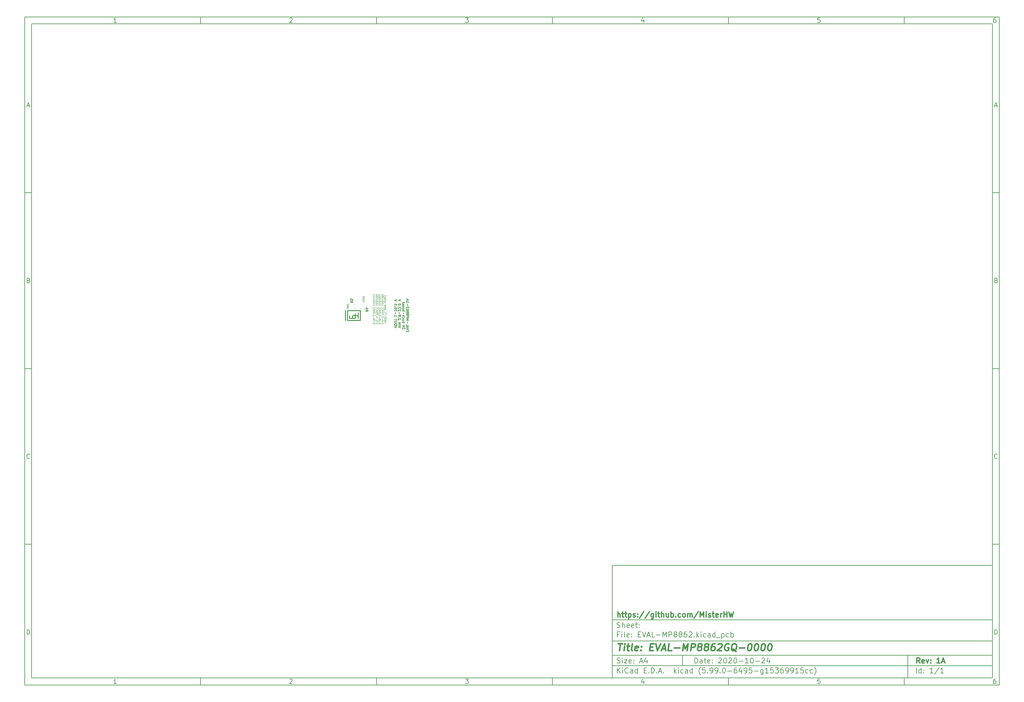
<source format=gbr>
G04 #@! TF.GenerationSoftware,KiCad,Pcbnew,(5.99.0-6495-g15369915cc)*
G04 #@! TF.CreationDate,2020-10-24T18:43:56+02:00*
G04 #@! TF.ProjectId,EVAL-MP8862,4556414c-2d4d-4503-9838-36322e6b6963,1A*
G04 #@! TF.SameCoordinates,Original*
G04 #@! TF.FileFunction,Legend,Bot*
G04 #@! TF.FilePolarity,Positive*
%FSLAX46Y46*%
G04 Gerber Fmt 4.6, Leading zero omitted, Abs format (unit mm)*
G04 Created by KiCad (PCBNEW (5.99.0-6495-g15369915cc)) date 2020-10-24 18:43:56*
%MOMM*%
%LPD*%
G01*
G04 APERTURE LIST*
%ADD10C,0.100000*%
%ADD11C,0.150000*%
%ADD12C,0.300000*%
%ADD13C,0.400000*%
%ADD14C,0.250000*%
%ADD15C,0.125000*%
%ADD16C,0.120000*%
G04 APERTURE END LIST*
D10*
D11*
X177002200Y-166007200D02*
X177002200Y-198007200D01*
X285002200Y-198007200D01*
X285002200Y-166007200D01*
X177002200Y-166007200D01*
D10*
D11*
X10000000Y-10000000D02*
X10000000Y-200007200D01*
X287002200Y-200007200D01*
X287002200Y-10000000D01*
X10000000Y-10000000D01*
D10*
D11*
X12000000Y-12000000D02*
X12000000Y-198007200D01*
X285002200Y-198007200D01*
X285002200Y-12000000D01*
X12000000Y-12000000D01*
D10*
D11*
X60000000Y-12000000D02*
X60000000Y-10000000D01*
D10*
D11*
X110000000Y-12000000D02*
X110000000Y-10000000D01*
D10*
D11*
X160000000Y-12000000D02*
X160000000Y-10000000D01*
D10*
D11*
X210000000Y-12000000D02*
X210000000Y-10000000D01*
D10*
D11*
X260000000Y-12000000D02*
X260000000Y-10000000D01*
D10*
D11*
X36065476Y-11588095D02*
X35322619Y-11588095D01*
X35694047Y-11588095D02*
X35694047Y-10288095D01*
X35570238Y-10473809D01*
X35446428Y-10597619D01*
X35322619Y-10659523D01*
D10*
D11*
X85322619Y-10411904D02*
X85384523Y-10350000D01*
X85508333Y-10288095D01*
X85817857Y-10288095D01*
X85941666Y-10350000D01*
X86003571Y-10411904D01*
X86065476Y-10535714D01*
X86065476Y-10659523D01*
X86003571Y-10845238D01*
X85260714Y-11588095D01*
X86065476Y-11588095D01*
D10*
D11*
X135260714Y-10288095D02*
X136065476Y-10288095D01*
X135632142Y-10783333D01*
X135817857Y-10783333D01*
X135941666Y-10845238D01*
X136003571Y-10907142D01*
X136065476Y-11030952D01*
X136065476Y-11340476D01*
X136003571Y-11464285D01*
X135941666Y-11526190D01*
X135817857Y-11588095D01*
X135446428Y-11588095D01*
X135322619Y-11526190D01*
X135260714Y-11464285D01*
D10*
D11*
X185941666Y-10721428D02*
X185941666Y-11588095D01*
X185632142Y-10226190D02*
X185322619Y-11154761D01*
X186127380Y-11154761D01*
D10*
D11*
X236003571Y-10288095D02*
X235384523Y-10288095D01*
X235322619Y-10907142D01*
X235384523Y-10845238D01*
X235508333Y-10783333D01*
X235817857Y-10783333D01*
X235941666Y-10845238D01*
X236003571Y-10907142D01*
X236065476Y-11030952D01*
X236065476Y-11340476D01*
X236003571Y-11464285D01*
X235941666Y-11526190D01*
X235817857Y-11588095D01*
X235508333Y-11588095D01*
X235384523Y-11526190D01*
X235322619Y-11464285D01*
D10*
D11*
X285941666Y-10288095D02*
X285694047Y-10288095D01*
X285570238Y-10350000D01*
X285508333Y-10411904D01*
X285384523Y-10597619D01*
X285322619Y-10845238D01*
X285322619Y-11340476D01*
X285384523Y-11464285D01*
X285446428Y-11526190D01*
X285570238Y-11588095D01*
X285817857Y-11588095D01*
X285941666Y-11526190D01*
X286003571Y-11464285D01*
X286065476Y-11340476D01*
X286065476Y-11030952D01*
X286003571Y-10907142D01*
X285941666Y-10845238D01*
X285817857Y-10783333D01*
X285570238Y-10783333D01*
X285446428Y-10845238D01*
X285384523Y-10907142D01*
X285322619Y-11030952D01*
D10*
D11*
X60000000Y-198007200D02*
X60000000Y-200007200D01*
D10*
D11*
X110000000Y-198007200D02*
X110000000Y-200007200D01*
D10*
D11*
X160000000Y-198007200D02*
X160000000Y-200007200D01*
D10*
D11*
X210000000Y-198007200D02*
X210000000Y-200007200D01*
D10*
D11*
X260000000Y-198007200D02*
X260000000Y-200007200D01*
D10*
D11*
X36065476Y-199595295D02*
X35322619Y-199595295D01*
X35694047Y-199595295D02*
X35694047Y-198295295D01*
X35570238Y-198481009D01*
X35446428Y-198604819D01*
X35322619Y-198666723D01*
D10*
D11*
X85322619Y-198419104D02*
X85384523Y-198357200D01*
X85508333Y-198295295D01*
X85817857Y-198295295D01*
X85941666Y-198357200D01*
X86003571Y-198419104D01*
X86065476Y-198542914D01*
X86065476Y-198666723D01*
X86003571Y-198852438D01*
X85260714Y-199595295D01*
X86065476Y-199595295D01*
D10*
D11*
X135260714Y-198295295D02*
X136065476Y-198295295D01*
X135632142Y-198790533D01*
X135817857Y-198790533D01*
X135941666Y-198852438D01*
X136003571Y-198914342D01*
X136065476Y-199038152D01*
X136065476Y-199347676D01*
X136003571Y-199471485D01*
X135941666Y-199533390D01*
X135817857Y-199595295D01*
X135446428Y-199595295D01*
X135322619Y-199533390D01*
X135260714Y-199471485D01*
D10*
D11*
X185941666Y-198728628D02*
X185941666Y-199595295D01*
X185632142Y-198233390D02*
X185322619Y-199161961D01*
X186127380Y-199161961D01*
D10*
D11*
X236003571Y-198295295D02*
X235384523Y-198295295D01*
X235322619Y-198914342D01*
X235384523Y-198852438D01*
X235508333Y-198790533D01*
X235817857Y-198790533D01*
X235941666Y-198852438D01*
X236003571Y-198914342D01*
X236065476Y-199038152D01*
X236065476Y-199347676D01*
X236003571Y-199471485D01*
X235941666Y-199533390D01*
X235817857Y-199595295D01*
X235508333Y-199595295D01*
X235384523Y-199533390D01*
X235322619Y-199471485D01*
D10*
D11*
X285941666Y-198295295D02*
X285694047Y-198295295D01*
X285570238Y-198357200D01*
X285508333Y-198419104D01*
X285384523Y-198604819D01*
X285322619Y-198852438D01*
X285322619Y-199347676D01*
X285384523Y-199471485D01*
X285446428Y-199533390D01*
X285570238Y-199595295D01*
X285817857Y-199595295D01*
X285941666Y-199533390D01*
X286003571Y-199471485D01*
X286065476Y-199347676D01*
X286065476Y-199038152D01*
X286003571Y-198914342D01*
X285941666Y-198852438D01*
X285817857Y-198790533D01*
X285570238Y-198790533D01*
X285446428Y-198852438D01*
X285384523Y-198914342D01*
X285322619Y-199038152D01*
D10*
D11*
X10000000Y-60000000D02*
X12000000Y-60000000D01*
D10*
D11*
X10000000Y-110000000D02*
X12000000Y-110000000D01*
D10*
D11*
X10000000Y-160000000D02*
X12000000Y-160000000D01*
D10*
D11*
X10690476Y-35216666D02*
X11309523Y-35216666D01*
X10566666Y-35588095D02*
X11000000Y-34288095D01*
X11433333Y-35588095D01*
D10*
D11*
X11092857Y-84907142D02*
X11278571Y-84969047D01*
X11340476Y-85030952D01*
X11402380Y-85154761D01*
X11402380Y-85340476D01*
X11340476Y-85464285D01*
X11278571Y-85526190D01*
X11154761Y-85588095D01*
X10659523Y-85588095D01*
X10659523Y-84288095D01*
X11092857Y-84288095D01*
X11216666Y-84350000D01*
X11278571Y-84411904D01*
X11340476Y-84535714D01*
X11340476Y-84659523D01*
X11278571Y-84783333D01*
X11216666Y-84845238D01*
X11092857Y-84907142D01*
X10659523Y-84907142D01*
D10*
D11*
X11402380Y-135464285D02*
X11340476Y-135526190D01*
X11154761Y-135588095D01*
X11030952Y-135588095D01*
X10845238Y-135526190D01*
X10721428Y-135402380D01*
X10659523Y-135278571D01*
X10597619Y-135030952D01*
X10597619Y-134845238D01*
X10659523Y-134597619D01*
X10721428Y-134473809D01*
X10845238Y-134350000D01*
X11030952Y-134288095D01*
X11154761Y-134288095D01*
X11340476Y-134350000D01*
X11402380Y-134411904D01*
D10*
D11*
X10659523Y-185588095D02*
X10659523Y-184288095D01*
X10969047Y-184288095D01*
X11154761Y-184350000D01*
X11278571Y-184473809D01*
X11340476Y-184597619D01*
X11402380Y-184845238D01*
X11402380Y-185030952D01*
X11340476Y-185278571D01*
X11278571Y-185402380D01*
X11154761Y-185526190D01*
X10969047Y-185588095D01*
X10659523Y-185588095D01*
D10*
D11*
X287002200Y-60000000D02*
X285002200Y-60000000D01*
D10*
D11*
X287002200Y-110000000D02*
X285002200Y-110000000D01*
D10*
D11*
X287002200Y-160000000D02*
X285002200Y-160000000D01*
D10*
D11*
X285692676Y-35216666D02*
X286311723Y-35216666D01*
X285568866Y-35588095D02*
X286002200Y-34288095D01*
X286435533Y-35588095D01*
D10*
D11*
X286095057Y-84907142D02*
X286280771Y-84969047D01*
X286342676Y-85030952D01*
X286404580Y-85154761D01*
X286404580Y-85340476D01*
X286342676Y-85464285D01*
X286280771Y-85526190D01*
X286156961Y-85588095D01*
X285661723Y-85588095D01*
X285661723Y-84288095D01*
X286095057Y-84288095D01*
X286218866Y-84350000D01*
X286280771Y-84411904D01*
X286342676Y-84535714D01*
X286342676Y-84659523D01*
X286280771Y-84783333D01*
X286218866Y-84845238D01*
X286095057Y-84907142D01*
X285661723Y-84907142D01*
D10*
D11*
X286404580Y-135464285D02*
X286342676Y-135526190D01*
X286156961Y-135588095D01*
X286033152Y-135588095D01*
X285847438Y-135526190D01*
X285723628Y-135402380D01*
X285661723Y-135278571D01*
X285599819Y-135030952D01*
X285599819Y-134845238D01*
X285661723Y-134597619D01*
X285723628Y-134473809D01*
X285847438Y-134350000D01*
X286033152Y-134288095D01*
X286156961Y-134288095D01*
X286342676Y-134350000D01*
X286404580Y-134411904D01*
D10*
D11*
X285661723Y-185588095D02*
X285661723Y-184288095D01*
X285971247Y-184288095D01*
X286156961Y-184350000D01*
X286280771Y-184473809D01*
X286342676Y-184597619D01*
X286404580Y-184845238D01*
X286404580Y-185030952D01*
X286342676Y-185278571D01*
X286280771Y-185402380D01*
X286156961Y-185526190D01*
X285971247Y-185588095D01*
X285661723Y-185588095D01*
D10*
D11*
X200434342Y-193785771D02*
X200434342Y-192285771D01*
X200791485Y-192285771D01*
X201005771Y-192357200D01*
X201148628Y-192500057D01*
X201220057Y-192642914D01*
X201291485Y-192928628D01*
X201291485Y-193142914D01*
X201220057Y-193428628D01*
X201148628Y-193571485D01*
X201005771Y-193714342D01*
X200791485Y-193785771D01*
X200434342Y-193785771D01*
X202577200Y-193785771D02*
X202577200Y-193000057D01*
X202505771Y-192857200D01*
X202362914Y-192785771D01*
X202077200Y-192785771D01*
X201934342Y-192857200D01*
X202577200Y-193714342D02*
X202434342Y-193785771D01*
X202077200Y-193785771D01*
X201934342Y-193714342D01*
X201862914Y-193571485D01*
X201862914Y-193428628D01*
X201934342Y-193285771D01*
X202077200Y-193214342D01*
X202434342Y-193214342D01*
X202577200Y-193142914D01*
X203077200Y-192785771D02*
X203648628Y-192785771D01*
X203291485Y-192285771D02*
X203291485Y-193571485D01*
X203362914Y-193714342D01*
X203505771Y-193785771D01*
X203648628Y-193785771D01*
X204720057Y-193714342D02*
X204577200Y-193785771D01*
X204291485Y-193785771D01*
X204148628Y-193714342D01*
X204077200Y-193571485D01*
X204077200Y-193000057D01*
X204148628Y-192857200D01*
X204291485Y-192785771D01*
X204577200Y-192785771D01*
X204720057Y-192857200D01*
X204791485Y-193000057D01*
X204791485Y-193142914D01*
X204077200Y-193285771D01*
X205434342Y-193642914D02*
X205505771Y-193714342D01*
X205434342Y-193785771D01*
X205362914Y-193714342D01*
X205434342Y-193642914D01*
X205434342Y-193785771D01*
X205434342Y-192857200D02*
X205505771Y-192928628D01*
X205434342Y-193000057D01*
X205362914Y-192928628D01*
X205434342Y-192857200D01*
X205434342Y-193000057D01*
X207220057Y-192428628D02*
X207291485Y-192357200D01*
X207434342Y-192285771D01*
X207791485Y-192285771D01*
X207934342Y-192357200D01*
X208005771Y-192428628D01*
X208077200Y-192571485D01*
X208077200Y-192714342D01*
X208005771Y-192928628D01*
X207148628Y-193785771D01*
X208077200Y-193785771D01*
X209005771Y-192285771D02*
X209148628Y-192285771D01*
X209291485Y-192357200D01*
X209362914Y-192428628D01*
X209434342Y-192571485D01*
X209505771Y-192857200D01*
X209505771Y-193214342D01*
X209434342Y-193500057D01*
X209362914Y-193642914D01*
X209291485Y-193714342D01*
X209148628Y-193785771D01*
X209005771Y-193785771D01*
X208862914Y-193714342D01*
X208791485Y-193642914D01*
X208720057Y-193500057D01*
X208648628Y-193214342D01*
X208648628Y-192857200D01*
X208720057Y-192571485D01*
X208791485Y-192428628D01*
X208862914Y-192357200D01*
X209005771Y-192285771D01*
X210077200Y-192428628D02*
X210148628Y-192357200D01*
X210291485Y-192285771D01*
X210648628Y-192285771D01*
X210791485Y-192357200D01*
X210862914Y-192428628D01*
X210934342Y-192571485D01*
X210934342Y-192714342D01*
X210862914Y-192928628D01*
X210005771Y-193785771D01*
X210934342Y-193785771D01*
X211862914Y-192285771D02*
X212005771Y-192285771D01*
X212148628Y-192357200D01*
X212220057Y-192428628D01*
X212291485Y-192571485D01*
X212362914Y-192857200D01*
X212362914Y-193214342D01*
X212291485Y-193500057D01*
X212220057Y-193642914D01*
X212148628Y-193714342D01*
X212005771Y-193785771D01*
X211862914Y-193785771D01*
X211720057Y-193714342D01*
X211648628Y-193642914D01*
X211577200Y-193500057D01*
X211505771Y-193214342D01*
X211505771Y-192857200D01*
X211577200Y-192571485D01*
X211648628Y-192428628D01*
X211720057Y-192357200D01*
X211862914Y-192285771D01*
X213005771Y-193214342D02*
X214148628Y-193214342D01*
X215648628Y-193785771D02*
X214791485Y-193785771D01*
X215220057Y-193785771D02*
X215220057Y-192285771D01*
X215077200Y-192500057D01*
X214934342Y-192642914D01*
X214791485Y-192714342D01*
X216577200Y-192285771D02*
X216720057Y-192285771D01*
X216862914Y-192357200D01*
X216934342Y-192428628D01*
X217005771Y-192571485D01*
X217077200Y-192857200D01*
X217077200Y-193214342D01*
X217005771Y-193500057D01*
X216934342Y-193642914D01*
X216862914Y-193714342D01*
X216720057Y-193785771D01*
X216577200Y-193785771D01*
X216434342Y-193714342D01*
X216362914Y-193642914D01*
X216291485Y-193500057D01*
X216220057Y-193214342D01*
X216220057Y-192857200D01*
X216291485Y-192571485D01*
X216362914Y-192428628D01*
X216434342Y-192357200D01*
X216577200Y-192285771D01*
X217720057Y-193214342D02*
X218862914Y-193214342D01*
X219505771Y-192428628D02*
X219577200Y-192357200D01*
X219720057Y-192285771D01*
X220077200Y-192285771D01*
X220220057Y-192357200D01*
X220291485Y-192428628D01*
X220362914Y-192571485D01*
X220362914Y-192714342D01*
X220291485Y-192928628D01*
X219434342Y-193785771D01*
X220362914Y-193785771D01*
X221648628Y-192785771D02*
X221648628Y-193785771D01*
X221291485Y-192214342D02*
X220934342Y-193285771D01*
X221862914Y-193285771D01*
D10*
D11*
X177002200Y-194507200D02*
X285002200Y-194507200D01*
D10*
D11*
X178434342Y-196585771D02*
X178434342Y-195085771D01*
X179291485Y-196585771D02*
X178648628Y-195728628D01*
X179291485Y-195085771D02*
X178434342Y-195942914D01*
X179934342Y-196585771D02*
X179934342Y-195585771D01*
X179934342Y-195085771D02*
X179862914Y-195157200D01*
X179934342Y-195228628D01*
X180005771Y-195157200D01*
X179934342Y-195085771D01*
X179934342Y-195228628D01*
X181505771Y-196442914D02*
X181434342Y-196514342D01*
X181220057Y-196585771D01*
X181077200Y-196585771D01*
X180862914Y-196514342D01*
X180720057Y-196371485D01*
X180648628Y-196228628D01*
X180577200Y-195942914D01*
X180577200Y-195728628D01*
X180648628Y-195442914D01*
X180720057Y-195300057D01*
X180862914Y-195157200D01*
X181077200Y-195085771D01*
X181220057Y-195085771D01*
X181434342Y-195157200D01*
X181505771Y-195228628D01*
X182791485Y-196585771D02*
X182791485Y-195800057D01*
X182720057Y-195657200D01*
X182577200Y-195585771D01*
X182291485Y-195585771D01*
X182148628Y-195657200D01*
X182791485Y-196514342D02*
X182648628Y-196585771D01*
X182291485Y-196585771D01*
X182148628Y-196514342D01*
X182077200Y-196371485D01*
X182077200Y-196228628D01*
X182148628Y-196085771D01*
X182291485Y-196014342D01*
X182648628Y-196014342D01*
X182791485Y-195942914D01*
X184148628Y-196585771D02*
X184148628Y-195085771D01*
X184148628Y-196514342D02*
X184005771Y-196585771D01*
X183720057Y-196585771D01*
X183577200Y-196514342D01*
X183505771Y-196442914D01*
X183434342Y-196300057D01*
X183434342Y-195871485D01*
X183505771Y-195728628D01*
X183577200Y-195657200D01*
X183720057Y-195585771D01*
X184005771Y-195585771D01*
X184148628Y-195657200D01*
X186005771Y-195800057D02*
X186505771Y-195800057D01*
X186720057Y-196585771D02*
X186005771Y-196585771D01*
X186005771Y-195085771D01*
X186720057Y-195085771D01*
X187362914Y-196442914D02*
X187434342Y-196514342D01*
X187362914Y-196585771D01*
X187291485Y-196514342D01*
X187362914Y-196442914D01*
X187362914Y-196585771D01*
X188077200Y-196585771D02*
X188077200Y-195085771D01*
X188434342Y-195085771D01*
X188648628Y-195157200D01*
X188791485Y-195300057D01*
X188862914Y-195442914D01*
X188934342Y-195728628D01*
X188934342Y-195942914D01*
X188862914Y-196228628D01*
X188791485Y-196371485D01*
X188648628Y-196514342D01*
X188434342Y-196585771D01*
X188077200Y-196585771D01*
X189577200Y-196442914D02*
X189648628Y-196514342D01*
X189577200Y-196585771D01*
X189505771Y-196514342D01*
X189577200Y-196442914D01*
X189577200Y-196585771D01*
X190220057Y-196157200D02*
X190934342Y-196157200D01*
X190077200Y-196585771D02*
X190577200Y-195085771D01*
X191077200Y-196585771D01*
X191577200Y-196442914D02*
X191648628Y-196514342D01*
X191577200Y-196585771D01*
X191505771Y-196514342D01*
X191577200Y-196442914D01*
X191577200Y-196585771D01*
X194577200Y-196585771D02*
X194577200Y-195085771D01*
X194720057Y-196014342D02*
X195148628Y-196585771D01*
X195148628Y-195585771D02*
X194577200Y-196157200D01*
X195791485Y-196585771D02*
X195791485Y-195585771D01*
X195791485Y-195085771D02*
X195720057Y-195157200D01*
X195791485Y-195228628D01*
X195862914Y-195157200D01*
X195791485Y-195085771D01*
X195791485Y-195228628D01*
X197148628Y-196514342D02*
X197005771Y-196585771D01*
X196720057Y-196585771D01*
X196577200Y-196514342D01*
X196505771Y-196442914D01*
X196434342Y-196300057D01*
X196434342Y-195871485D01*
X196505771Y-195728628D01*
X196577200Y-195657200D01*
X196720057Y-195585771D01*
X197005771Y-195585771D01*
X197148628Y-195657200D01*
X198434342Y-196585771D02*
X198434342Y-195800057D01*
X198362914Y-195657200D01*
X198220057Y-195585771D01*
X197934342Y-195585771D01*
X197791485Y-195657200D01*
X198434342Y-196514342D02*
X198291485Y-196585771D01*
X197934342Y-196585771D01*
X197791485Y-196514342D01*
X197720057Y-196371485D01*
X197720057Y-196228628D01*
X197791485Y-196085771D01*
X197934342Y-196014342D01*
X198291485Y-196014342D01*
X198434342Y-195942914D01*
X199791485Y-196585771D02*
X199791485Y-195085771D01*
X199791485Y-196514342D02*
X199648628Y-196585771D01*
X199362914Y-196585771D01*
X199220057Y-196514342D01*
X199148628Y-196442914D01*
X199077200Y-196300057D01*
X199077200Y-195871485D01*
X199148628Y-195728628D01*
X199220057Y-195657200D01*
X199362914Y-195585771D01*
X199648628Y-195585771D01*
X199791485Y-195657200D01*
X202077200Y-197157200D02*
X202005771Y-197085771D01*
X201862914Y-196871485D01*
X201791485Y-196728628D01*
X201720057Y-196514342D01*
X201648628Y-196157200D01*
X201648628Y-195871485D01*
X201720057Y-195514342D01*
X201791485Y-195300057D01*
X201862914Y-195157200D01*
X202005771Y-194942914D01*
X202077200Y-194871485D01*
X203362914Y-195085771D02*
X202648628Y-195085771D01*
X202577200Y-195800057D01*
X202648628Y-195728628D01*
X202791485Y-195657200D01*
X203148628Y-195657200D01*
X203291485Y-195728628D01*
X203362914Y-195800057D01*
X203434342Y-195942914D01*
X203434342Y-196300057D01*
X203362914Y-196442914D01*
X203291485Y-196514342D01*
X203148628Y-196585771D01*
X202791485Y-196585771D01*
X202648628Y-196514342D01*
X202577200Y-196442914D01*
X204077200Y-196442914D02*
X204148628Y-196514342D01*
X204077200Y-196585771D01*
X204005771Y-196514342D01*
X204077200Y-196442914D01*
X204077200Y-196585771D01*
X204862914Y-196585771D02*
X205148628Y-196585771D01*
X205291485Y-196514342D01*
X205362914Y-196442914D01*
X205505771Y-196228628D01*
X205577200Y-195942914D01*
X205577200Y-195371485D01*
X205505771Y-195228628D01*
X205434342Y-195157200D01*
X205291485Y-195085771D01*
X205005771Y-195085771D01*
X204862914Y-195157200D01*
X204791485Y-195228628D01*
X204720057Y-195371485D01*
X204720057Y-195728628D01*
X204791485Y-195871485D01*
X204862914Y-195942914D01*
X205005771Y-196014342D01*
X205291485Y-196014342D01*
X205434342Y-195942914D01*
X205505771Y-195871485D01*
X205577200Y-195728628D01*
X206291485Y-196585771D02*
X206577200Y-196585771D01*
X206720057Y-196514342D01*
X206791485Y-196442914D01*
X206934342Y-196228628D01*
X207005771Y-195942914D01*
X207005771Y-195371485D01*
X206934342Y-195228628D01*
X206862914Y-195157200D01*
X206720057Y-195085771D01*
X206434342Y-195085771D01*
X206291485Y-195157200D01*
X206220057Y-195228628D01*
X206148628Y-195371485D01*
X206148628Y-195728628D01*
X206220057Y-195871485D01*
X206291485Y-195942914D01*
X206434342Y-196014342D01*
X206720057Y-196014342D01*
X206862914Y-195942914D01*
X206934342Y-195871485D01*
X207005771Y-195728628D01*
X207648628Y-196442914D02*
X207720057Y-196514342D01*
X207648628Y-196585771D01*
X207577200Y-196514342D01*
X207648628Y-196442914D01*
X207648628Y-196585771D01*
X208648628Y-195085771D02*
X208791485Y-195085771D01*
X208934342Y-195157200D01*
X209005771Y-195228628D01*
X209077200Y-195371485D01*
X209148628Y-195657200D01*
X209148628Y-196014342D01*
X209077200Y-196300057D01*
X209005771Y-196442914D01*
X208934342Y-196514342D01*
X208791485Y-196585771D01*
X208648628Y-196585771D01*
X208505771Y-196514342D01*
X208434342Y-196442914D01*
X208362914Y-196300057D01*
X208291485Y-196014342D01*
X208291485Y-195657200D01*
X208362914Y-195371485D01*
X208434342Y-195228628D01*
X208505771Y-195157200D01*
X208648628Y-195085771D01*
X209791485Y-196014342D02*
X210934342Y-196014342D01*
X212291485Y-195085771D02*
X212005771Y-195085771D01*
X211862914Y-195157200D01*
X211791485Y-195228628D01*
X211648628Y-195442914D01*
X211577200Y-195728628D01*
X211577200Y-196300057D01*
X211648628Y-196442914D01*
X211720057Y-196514342D01*
X211862914Y-196585771D01*
X212148628Y-196585771D01*
X212291485Y-196514342D01*
X212362914Y-196442914D01*
X212434342Y-196300057D01*
X212434342Y-195942914D01*
X212362914Y-195800057D01*
X212291485Y-195728628D01*
X212148628Y-195657200D01*
X211862914Y-195657200D01*
X211720057Y-195728628D01*
X211648628Y-195800057D01*
X211577200Y-195942914D01*
X213720057Y-195585771D02*
X213720057Y-196585771D01*
X213362914Y-195014342D02*
X213005771Y-196085771D01*
X213934342Y-196085771D01*
X214577200Y-196585771D02*
X214862914Y-196585771D01*
X215005771Y-196514342D01*
X215077200Y-196442914D01*
X215220057Y-196228628D01*
X215291485Y-195942914D01*
X215291485Y-195371485D01*
X215220057Y-195228628D01*
X215148628Y-195157200D01*
X215005771Y-195085771D01*
X214720057Y-195085771D01*
X214577200Y-195157200D01*
X214505771Y-195228628D01*
X214434342Y-195371485D01*
X214434342Y-195728628D01*
X214505771Y-195871485D01*
X214577200Y-195942914D01*
X214720057Y-196014342D01*
X215005771Y-196014342D01*
X215148628Y-195942914D01*
X215220057Y-195871485D01*
X215291485Y-195728628D01*
X216648628Y-195085771D02*
X215934342Y-195085771D01*
X215862914Y-195800057D01*
X215934342Y-195728628D01*
X216077200Y-195657200D01*
X216434342Y-195657200D01*
X216577200Y-195728628D01*
X216648628Y-195800057D01*
X216720057Y-195942914D01*
X216720057Y-196300057D01*
X216648628Y-196442914D01*
X216577200Y-196514342D01*
X216434342Y-196585771D01*
X216077200Y-196585771D01*
X215934342Y-196514342D01*
X215862914Y-196442914D01*
X217362914Y-196014342D02*
X218505771Y-196014342D01*
X219862914Y-195585771D02*
X219862914Y-196800057D01*
X219791485Y-196942914D01*
X219720057Y-197014342D01*
X219577200Y-197085771D01*
X219362914Y-197085771D01*
X219220057Y-197014342D01*
X219862914Y-196514342D02*
X219720057Y-196585771D01*
X219434342Y-196585771D01*
X219291485Y-196514342D01*
X219220057Y-196442914D01*
X219148628Y-196300057D01*
X219148628Y-195871485D01*
X219220057Y-195728628D01*
X219291485Y-195657200D01*
X219434342Y-195585771D01*
X219720057Y-195585771D01*
X219862914Y-195657200D01*
X221362914Y-196585771D02*
X220505771Y-196585771D01*
X220934342Y-196585771D02*
X220934342Y-195085771D01*
X220791485Y-195300057D01*
X220648628Y-195442914D01*
X220505771Y-195514342D01*
X222720057Y-195085771D02*
X222005771Y-195085771D01*
X221934342Y-195800057D01*
X222005771Y-195728628D01*
X222148628Y-195657200D01*
X222505771Y-195657200D01*
X222648628Y-195728628D01*
X222720057Y-195800057D01*
X222791485Y-195942914D01*
X222791485Y-196300057D01*
X222720057Y-196442914D01*
X222648628Y-196514342D01*
X222505771Y-196585771D01*
X222148628Y-196585771D01*
X222005771Y-196514342D01*
X221934342Y-196442914D01*
X223291485Y-195085771D02*
X224220057Y-195085771D01*
X223720057Y-195657200D01*
X223934342Y-195657200D01*
X224077200Y-195728628D01*
X224148628Y-195800057D01*
X224220057Y-195942914D01*
X224220057Y-196300057D01*
X224148628Y-196442914D01*
X224077200Y-196514342D01*
X223934342Y-196585771D01*
X223505771Y-196585771D01*
X223362914Y-196514342D01*
X223291485Y-196442914D01*
X225505771Y-195085771D02*
X225220057Y-195085771D01*
X225077200Y-195157200D01*
X225005771Y-195228628D01*
X224862914Y-195442914D01*
X224791485Y-195728628D01*
X224791485Y-196300057D01*
X224862914Y-196442914D01*
X224934342Y-196514342D01*
X225077200Y-196585771D01*
X225362914Y-196585771D01*
X225505771Y-196514342D01*
X225577200Y-196442914D01*
X225648628Y-196300057D01*
X225648628Y-195942914D01*
X225577200Y-195800057D01*
X225505771Y-195728628D01*
X225362914Y-195657200D01*
X225077200Y-195657200D01*
X224934342Y-195728628D01*
X224862914Y-195800057D01*
X224791485Y-195942914D01*
X226362914Y-196585771D02*
X226648628Y-196585771D01*
X226791485Y-196514342D01*
X226862914Y-196442914D01*
X227005771Y-196228628D01*
X227077199Y-195942914D01*
X227077199Y-195371485D01*
X227005771Y-195228628D01*
X226934342Y-195157200D01*
X226791485Y-195085771D01*
X226505771Y-195085771D01*
X226362914Y-195157200D01*
X226291485Y-195228628D01*
X226220057Y-195371485D01*
X226220057Y-195728628D01*
X226291485Y-195871485D01*
X226362914Y-195942914D01*
X226505771Y-196014342D01*
X226791485Y-196014342D01*
X226934342Y-195942914D01*
X227005771Y-195871485D01*
X227077199Y-195728628D01*
X227791485Y-196585771D02*
X228077199Y-196585771D01*
X228220057Y-196514342D01*
X228291485Y-196442914D01*
X228434342Y-196228628D01*
X228505771Y-195942914D01*
X228505771Y-195371485D01*
X228434342Y-195228628D01*
X228362914Y-195157200D01*
X228220057Y-195085771D01*
X227934342Y-195085771D01*
X227791485Y-195157200D01*
X227720057Y-195228628D01*
X227648628Y-195371485D01*
X227648628Y-195728628D01*
X227720057Y-195871485D01*
X227791485Y-195942914D01*
X227934342Y-196014342D01*
X228220057Y-196014342D01*
X228362914Y-195942914D01*
X228434342Y-195871485D01*
X228505771Y-195728628D01*
X229934342Y-196585771D02*
X229077199Y-196585771D01*
X229505771Y-196585771D02*
X229505771Y-195085771D01*
X229362914Y-195300057D01*
X229220057Y-195442914D01*
X229077199Y-195514342D01*
X231291485Y-195085771D02*
X230577199Y-195085771D01*
X230505771Y-195800057D01*
X230577199Y-195728628D01*
X230720057Y-195657200D01*
X231077199Y-195657200D01*
X231220057Y-195728628D01*
X231291485Y-195800057D01*
X231362914Y-195942914D01*
X231362914Y-196300057D01*
X231291485Y-196442914D01*
X231220057Y-196514342D01*
X231077199Y-196585771D01*
X230720057Y-196585771D01*
X230577199Y-196514342D01*
X230505771Y-196442914D01*
X232648628Y-196514342D02*
X232505771Y-196585771D01*
X232220057Y-196585771D01*
X232077199Y-196514342D01*
X232005771Y-196442914D01*
X231934342Y-196300057D01*
X231934342Y-195871485D01*
X232005771Y-195728628D01*
X232077199Y-195657200D01*
X232220057Y-195585771D01*
X232505771Y-195585771D01*
X232648628Y-195657200D01*
X233934342Y-196514342D02*
X233791485Y-196585771D01*
X233505771Y-196585771D01*
X233362914Y-196514342D01*
X233291485Y-196442914D01*
X233220057Y-196300057D01*
X233220057Y-195871485D01*
X233291485Y-195728628D01*
X233362914Y-195657200D01*
X233505771Y-195585771D01*
X233791485Y-195585771D01*
X233934342Y-195657200D01*
X234434342Y-197157200D02*
X234505771Y-197085771D01*
X234648628Y-196871485D01*
X234720057Y-196728628D01*
X234791485Y-196514342D01*
X234862914Y-196157200D01*
X234862914Y-195871485D01*
X234791485Y-195514342D01*
X234720057Y-195300057D01*
X234648628Y-195157200D01*
X234505771Y-194942914D01*
X234434342Y-194871485D01*
D10*
D11*
X177002200Y-191507200D02*
X285002200Y-191507200D01*
D10*
D12*
X264411485Y-193785771D02*
X263911485Y-193071485D01*
X263554342Y-193785771D02*
X263554342Y-192285771D01*
X264125771Y-192285771D01*
X264268628Y-192357200D01*
X264340057Y-192428628D01*
X264411485Y-192571485D01*
X264411485Y-192785771D01*
X264340057Y-192928628D01*
X264268628Y-193000057D01*
X264125771Y-193071485D01*
X263554342Y-193071485D01*
X265625771Y-193714342D02*
X265482914Y-193785771D01*
X265197200Y-193785771D01*
X265054342Y-193714342D01*
X264982914Y-193571485D01*
X264982914Y-193000057D01*
X265054342Y-192857200D01*
X265197200Y-192785771D01*
X265482914Y-192785771D01*
X265625771Y-192857200D01*
X265697200Y-193000057D01*
X265697200Y-193142914D01*
X264982914Y-193285771D01*
X266197200Y-192785771D02*
X266554342Y-193785771D01*
X266911485Y-192785771D01*
X267482914Y-193642914D02*
X267554342Y-193714342D01*
X267482914Y-193785771D01*
X267411485Y-193714342D01*
X267482914Y-193642914D01*
X267482914Y-193785771D01*
X267482914Y-192857200D02*
X267554342Y-192928628D01*
X267482914Y-193000057D01*
X267411485Y-192928628D01*
X267482914Y-192857200D01*
X267482914Y-193000057D01*
X270125771Y-193785771D02*
X269268628Y-193785771D01*
X269697200Y-193785771D02*
X269697200Y-192285771D01*
X269554342Y-192500057D01*
X269411485Y-192642914D01*
X269268628Y-192714342D01*
X270697200Y-193357200D02*
X271411485Y-193357200D01*
X270554342Y-193785771D02*
X271054342Y-192285771D01*
X271554342Y-193785771D01*
D10*
D11*
X178362914Y-193714342D02*
X178577200Y-193785771D01*
X178934342Y-193785771D01*
X179077200Y-193714342D01*
X179148628Y-193642914D01*
X179220057Y-193500057D01*
X179220057Y-193357200D01*
X179148628Y-193214342D01*
X179077200Y-193142914D01*
X178934342Y-193071485D01*
X178648628Y-193000057D01*
X178505771Y-192928628D01*
X178434342Y-192857200D01*
X178362914Y-192714342D01*
X178362914Y-192571485D01*
X178434342Y-192428628D01*
X178505771Y-192357200D01*
X178648628Y-192285771D01*
X179005771Y-192285771D01*
X179220057Y-192357200D01*
X179862914Y-193785771D02*
X179862914Y-192785771D01*
X179862914Y-192285771D02*
X179791485Y-192357200D01*
X179862914Y-192428628D01*
X179934342Y-192357200D01*
X179862914Y-192285771D01*
X179862914Y-192428628D01*
X180434342Y-192785771D02*
X181220057Y-192785771D01*
X180434342Y-193785771D01*
X181220057Y-193785771D01*
X182362914Y-193714342D02*
X182220057Y-193785771D01*
X181934342Y-193785771D01*
X181791485Y-193714342D01*
X181720057Y-193571485D01*
X181720057Y-193000057D01*
X181791485Y-192857200D01*
X181934342Y-192785771D01*
X182220057Y-192785771D01*
X182362914Y-192857200D01*
X182434342Y-193000057D01*
X182434342Y-193142914D01*
X181720057Y-193285771D01*
X183077200Y-193642914D02*
X183148628Y-193714342D01*
X183077200Y-193785771D01*
X183005771Y-193714342D01*
X183077200Y-193642914D01*
X183077200Y-193785771D01*
X183077200Y-192857200D02*
X183148628Y-192928628D01*
X183077200Y-193000057D01*
X183005771Y-192928628D01*
X183077200Y-192857200D01*
X183077200Y-193000057D01*
X184862914Y-193357200D02*
X185577200Y-193357200D01*
X184720057Y-193785771D02*
X185220057Y-192285771D01*
X185720057Y-193785771D01*
X186862914Y-192785771D02*
X186862914Y-193785771D01*
X186505771Y-192214342D02*
X186148628Y-193285771D01*
X187077200Y-193285771D01*
D10*
D11*
X263434342Y-196585771D02*
X263434342Y-195085771D01*
X264791485Y-196585771D02*
X264791485Y-195085771D01*
X264791485Y-196514342D02*
X264648628Y-196585771D01*
X264362914Y-196585771D01*
X264220057Y-196514342D01*
X264148628Y-196442914D01*
X264077200Y-196300057D01*
X264077200Y-195871485D01*
X264148628Y-195728628D01*
X264220057Y-195657200D01*
X264362914Y-195585771D01*
X264648628Y-195585771D01*
X264791485Y-195657200D01*
X265505771Y-196442914D02*
X265577200Y-196514342D01*
X265505771Y-196585771D01*
X265434342Y-196514342D01*
X265505771Y-196442914D01*
X265505771Y-196585771D01*
X265505771Y-195657200D02*
X265577200Y-195728628D01*
X265505771Y-195800057D01*
X265434342Y-195728628D01*
X265505771Y-195657200D01*
X265505771Y-195800057D01*
X268148628Y-196585771D02*
X267291485Y-196585771D01*
X267720057Y-196585771D02*
X267720057Y-195085771D01*
X267577200Y-195300057D01*
X267434342Y-195442914D01*
X267291485Y-195514342D01*
X269862914Y-195014342D02*
X268577200Y-196942914D01*
X271148628Y-196585771D02*
X270291485Y-196585771D01*
X270720057Y-196585771D02*
X270720057Y-195085771D01*
X270577200Y-195300057D01*
X270434342Y-195442914D01*
X270291485Y-195514342D01*
D10*
D11*
X177002200Y-187507200D02*
X285002200Y-187507200D01*
D10*
D13*
X178714580Y-188211961D02*
X179857438Y-188211961D01*
X179036009Y-190211961D02*
X179286009Y-188211961D01*
X180274104Y-190211961D02*
X180440771Y-188878628D01*
X180524104Y-188211961D02*
X180416961Y-188307200D01*
X180500295Y-188402438D01*
X180607438Y-188307200D01*
X180524104Y-188211961D01*
X180500295Y-188402438D01*
X181107438Y-188878628D02*
X181869342Y-188878628D01*
X181476485Y-188211961D02*
X181262200Y-189926247D01*
X181333628Y-190116723D01*
X181512200Y-190211961D01*
X181702676Y-190211961D01*
X182655057Y-190211961D02*
X182476485Y-190116723D01*
X182405057Y-189926247D01*
X182619342Y-188211961D01*
X184190771Y-190116723D02*
X183988390Y-190211961D01*
X183607438Y-190211961D01*
X183428866Y-190116723D01*
X183357438Y-189926247D01*
X183452676Y-189164342D01*
X183571723Y-188973866D01*
X183774104Y-188878628D01*
X184155057Y-188878628D01*
X184333628Y-188973866D01*
X184405057Y-189164342D01*
X184381247Y-189354819D01*
X183405057Y-189545295D01*
X185155057Y-190021485D02*
X185238390Y-190116723D01*
X185131247Y-190211961D01*
X185047914Y-190116723D01*
X185155057Y-190021485D01*
X185131247Y-190211961D01*
X185286009Y-188973866D02*
X185369342Y-189069104D01*
X185262200Y-189164342D01*
X185178866Y-189069104D01*
X185286009Y-188973866D01*
X185262200Y-189164342D01*
X187738390Y-189164342D02*
X188405057Y-189164342D01*
X188559819Y-190211961D02*
X187607438Y-190211961D01*
X187857438Y-188211961D01*
X188809819Y-188211961D01*
X189381247Y-188211961D02*
X189797914Y-190211961D01*
X190714580Y-188211961D01*
X191107438Y-189640533D02*
X192059819Y-189640533D01*
X190845533Y-190211961D02*
X191762200Y-188211961D01*
X192178866Y-190211961D01*
X193797914Y-190211961D02*
X192845533Y-190211961D01*
X193095533Y-188211961D01*
X194559819Y-189450057D02*
X196083628Y-189450057D01*
X196940771Y-190211961D02*
X197190771Y-188211961D01*
X197678866Y-189640533D01*
X198524104Y-188211961D01*
X198274104Y-190211961D01*
X199226485Y-190211961D02*
X199476485Y-188211961D01*
X200238390Y-188211961D01*
X200416961Y-188307200D01*
X200500295Y-188402438D01*
X200571723Y-188592914D01*
X200536009Y-188878628D01*
X200416961Y-189069104D01*
X200309819Y-189164342D01*
X200107438Y-189259580D01*
X199345533Y-189259580D01*
X201655057Y-189069104D02*
X201476485Y-188973866D01*
X201393152Y-188878628D01*
X201321723Y-188688152D01*
X201333628Y-188592914D01*
X201452676Y-188402438D01*
X201559819Y-188307200D01*
X201762200Y-188211961D01*
X202143152Y-188211961D01*
X202321723Y-188307200D01*
X202405057Y-188402438D01*
X202476485Y-188592914D01*
X202464580Y-188688152D01*
X202345533Y-188878628D01*
X202238390Y-188973866D01*
X202036009Y-189069104D01*
X201655057Y-189069104D01*
X201452676Y-189164342D01*
X201345533Y-189259580D01*
X201226485Y-189450057D01*
X201178866Y-189831009D01*
X201250295Y-190021485D01*
X201333628Y-190116723D01*
X201512200Y-190211961D01*
X201893152Y-190211961D01*
X202095533Y-190116723D01*
X202202676Y-190021485D01*
X202321723Y-189831009D01*
X202369342Y-189450057D01*
X202297914Y-189259580D01*
X202214580Y-189164342D01*
X202036009Y-189069104D01*
X203559819Y-189069104D02*
X203381247Y-188973866D01*
X203297914Y-188878628D01*
X203226485Y-188688152D01*
X203238390Y-188592914D01*
X203357438Y-188402438D01*
X203464580Y-188307200D01*
X203666961Y-188211961D01*
X204047914Y-188211961D01*
X204226485Y-188307200D01*
X204309819Y-188402438D01*
X204381247Y-188592914D01*
X204369342Y-188688152D01*
X204250295Y-188878628D01*
X204143152Y-188973866D01*
X203940771Y-189069104D01*
X203559819Y-189069104D01*
X203357438Y-189164342D01*
X203250295Y-189259580D01*
X203131247Y-189450057D01*
X203083628Y-189831009D01*
X203155057Y-190021485D01*
X203238390Y-190116723D01*
X203416961Y-190211961D01*
X203797914Y-190211961D01*
X204000295Y-190116723D01*
X204107438Y-190021485D01*
X204226485Y-189831009D01*
X204274104Y-189450057D01*
X204202676Y-189259580D01*
X204119342Y-189164342D01*
X203940771Y-189069104D01*
X206143152Y-188211961D02*
X205762200Y-188211961D01*
X205559819Y-188307200D01*
X205452676Y-188402438D01*
X205226485Y-188688152D01*
X205083628Y-189069104D01*
X204988390Y-189831009D01*
X205059819Y-190021485D01*
X205143152Y-190116723D01*
X205321723Y-190211961D01*
X205702676Y-190211961D01*
X205905057Y-190116723D01*
X206012200Y-190021485D01*
X206131247Y-189831009D01*
X206190771Y-189354819D01*
X206119342Y-189164342D01*
X206036009Y-189069104D01*
X205857438Y-188973866D01*
X205476485Y-188973866D01*
X205274104Y-189069104D01*
X205166961Y-189164342D01*
X205047914Y-189354819D01*
X207071723Y-188402438D02*
X207178866Y-188307200D01*
X207381247Y-188211961D01*
X207857438Y-188211961D01*
X208036009Y-188307200D01*
X208119342Y-188402438D01*
X208190771Y-188592914D01*
X208166961Y-188783390D01*
X208036009Y-189069104D01*
X206750295Y-190211961D01*
X207988390Y-190211961D01*
X210131247Y-188307200D02*
X209952676Y-188211961D01*
X209666961Y-188211961D01*
X209369342Y-188307200D01*
X209155057Y-188497676D01*
X209036009Y-188688152D01*
X208893152Y-189069104D01*
X208857438Y-189354819D01*
X208905057Y-189735771D01*
X208976485Y-189926247D01*
X209143152Y-190116723D01*
X209416961Y-190211961D01*
X209607438Y-190211961D01*
X209905057Y-190116723D01*
X210012200Y-190021485D01*
X210095533Y-189354819D01*
X209714580Y-189354819D01*
X212155057Y-190402438D02*
X211976485Y-190307200D01*
X211809819Y-190116723D01*
X211559819Y-189831009D01*
X211381247Y-189735771D01*
X211190771Y-189735771D01*
X211226485Y-190211961D02*
X211047914Y-190116723D01*
X210881247Y-189926247D01*
X210833628Y-189545295D01*
X210916961Y-188878628D01*
X211059819Y-188497676D01*
X211274104Y-188307200D01*
X211476485Y-188211961D01*
X211857438Y-188211961D01*
X212036009Y-188307200D01*
X212202676Y-188497676D01*
X212250295Y-188878628D01*
X212166961Y-189545295D01*
X212024104Y-189926247D01*
X211809819Y-190116723D01*
X211607438Y-190211961D01*
X211226485Y-190211961D01*
X213036009Y-189450057D02*
X214559819Y-189450057D01*
X216047914Y-188211961D02*
X216238390Y-188211961D01*
X216416961Y-188307200D01*
X216500295Y-188402438D01*
X216571723Y-188592914D01*
X216619342Y-188973866D01*
X216559819Y-189450057D01*
X216416961Y-189831009D01*
X216297914Y-190021485D01*
X216190771Y-190116723D01*
X215988390Y-190211961D01*
X215797914Y-190211961D01*
X215619342Y-190116723D01*
X215536009Y-190021485D01*
X215464580Y-189831009D01*
X215416961Y-189450057D01*
X215476485Y-188973866D01*
X215619342Y-188592914D01*
X215738390Y-188402438D01*
X215845533Y-188307200D01*
X216047914Y-188211961D01*
X217952676Y-188211961D02*
X218143152Y-188211961D01*
X218321723Y-188307200D01*
X218405057Y-188402438D01*
X218476485Y-188592914D01*
X218524104Y-188973866D01*
X218464580Y-189450057D01*
X218321723Y-189831009D01*
X218202676Y-190021485D01*
X218095533Y-190116723D01*
X217893152Y-190211961D01*
X217702676Y-190211961D01*
X217524104Y-190116723D01*
X217440771Y-190021485D01*
X217369342Y-189831009D01*
X217321723Y-189450057D01*
X217381247Y-188973866D01*
X217524104Y-188592914D01*
X217643152Y-188402438D01*
X217750295Y-188307200D01*
X217952676Y-188211961D01*
X219857438Y-188211961D02*
X220047914Y-188211961D01*
X220226485Y-188307200D01*
X220309819Y-188402438D01*
X220381247Y-188592914D01*
X220428866Y-188973866D01*
X220369342Y-189450057D01*
X220226485Y-189831009D01*
X220107438Y-190021485D01*
X220000295Y-190116723D01*
X219797914Y-190211961D01*
X219607438Y-190211961D01*
X219428866Y-190116723D01*
X219345533Y-190021485D01*
X219274104Y-189831009D01*
X219226485Y-189450057D01*
X219286009Y-188973866D01*
X219428866Y-188592914D01*
X219547914Y-188402438D01*
X219655057Y-188307200D01*
X219857438Y-188211961D01*
X221762200Y-188211961D02*
X221952676Y-188211961D01*
X222131247Y-188307200D01*
X222214580Y-188402438D01*
X222286009Y-188592914D01*
X222333628Y-188973866D01*
X222274104Y-189450057D01*
X222131247Y-189831009D01*
X222012200Y-190021485D01*
X221905057Y-190116723D01*
X221702676Y-190211961D01*
X221512200Y-190211961D01*
X221333628Y-190116723D01*
X221250295Y-190021485D01*
X221178866Y-189831009D01*
X221131247Y-189450057D01*
X221190771Y-188973866D01*
X221333628Y-188592914D01*
X221452676Y-188402438D01*
X221559819Y-188307200D01*
X221762200Y-188211961D01*
D10*
D11*
X178934342Y-185600057D02*
X178434342Y-185600057D01*
X178434342Y-186385771D02*
X178434342Y-184885771D01*
X179148628Y-184885771D01*
X179720057Y-186385771D02*
X179720057Y-185385771D01*
X179720057Y-184885771D02*
X179648628Y-184957200D01*
X179720057Y-185028628D01*
X179791485Y-184957200D01*
X179720057Y-184885771D01*
X179720057Y-185028628D01*
X180648628Y-186385771D02*
X180505771Y-186314342D01*
X180434342Y-186171485D01*
X180434342Y-184885771D01*
X181791485Y-186314342D02*
X181648628Y-186385771D01*
X181362914Y-186385771D01*
X181220057Y-186314342D01*
X181148628Y-186171485D01*
X181148628Y-185600057D01*
X181220057Y-185457200D01*
X181362914Y-185385771D01*
X181648628Y-185385771D01*
X181791485Y-185457200D01*
X181862914Y-185600057D01*
X181862914Y-185742914D01*
X181148628Y-185885771D01*
X182505771Y-186242914D02*
X182577200Y-186314342D01*
X182505771Y-186385771D01*
X182434342Y-186314342D01*
X182505771Y-186242914D01*
X182505771Y-186385771D01*
X182505771Y-185457200D02*
X182577200Y-185528628D01*
X182505771Y-185600057D01*
X182434342Y-185528628D01*
X182505771Y-185457200D01*
X182505771Y-185600057D01*
X184362914Y-185600057D02*
X184862914Y-185600057D01*
X185077200Y-186385771D02*
X184362914Y-186385771D01*
X184362914Y-184885771D01*
X185077200Y-184885771D01*
X185505771Y-184885771D02*
X186005771Y-186385771D01*
X186505771Y-184885771D01*
X186934342Y-185957200D02*
X187648628Y-185957200D01*
X186791485Y-186385771D02*
X187291485Y-184885771D01*
X187791485Y-186385771D01*
X189005771Y-186385771D02*
X188291485Y-186385771D01*
X188291485Y-184885771D01*
X189505771Y-185814342D02*
X190648628Y-185814342D01*
X191362914Y-186385771D02*
X191362914Y-184885771D01*
X191862914Y-185957200D01*
X192362914Y-184885771D01*
X192362914Y-186385771D01*
X193077200Y-186385771D02*
X193077200Y-184885771D01*
X193648628Y-184885771D01*
X193791485Y-184957200D01*
X193862914Y-185028628D01*
X193934342Y-185171485D01*
X193934342Y-185385771D01*
X193862914Y-185528628D01*
X193791485Y-185600057D01*
X193648628Y-185671485D01*
X193077200Y-185671485D01*
X194791485Y-185528628D02*
X194648628Y-185457200D01*
X194577200Y-185385771D01*
X194505771Y-185242914D01*
X194505771Y-185171485D01*
X194577200Y-185028628D01*
X194648628Y-184957200D01*
X194791485Y-184885771D01*
X195077200Y-184885771D01*
X195220057Y-184957200D01*
X195291485Y-185028628D01*
X195362914Y-185171485D01*
X195362914Y-185242914D01*
X195291485Y-185385771D01*
X195220057Y-185457200D01*
X195077200Y-185528628D01*
X194791485Y-185528628D01*
X194648628Y-185600057D01*
X194577200Y-185671485D01*
X194505771Y-185814342D01*
X194505771Y-186100057D01*
X194577200Y-186242914D01*
X194648628Y-186314342D01*
X194791485Y-186385771D01*
X195077200Y-186385771D01*
X195220057Y-186314342D01*
X195291485Y-186242914D01*
X195362914Y-186100057D01*
X195362914Y-185814342D01*
X195291485Y-185671485D01*
X195220057Y-185600057D01*
X195077200Y-185528628D01*
X196220057Y-185528628D02*
X196077200Y-185457200D01*
X196005771Y-185385771D01*
X195934342Y-185242914D01*
X195934342Y-185171485D01*
X196005771Y-185028628D01*
X196077200Y-184957200D01*
X196220057Y-184885771D01*
X196505771Y-184885771D01*
X196648628Y-184957200D01*
X196720057Y-185028628D01*
X196791485Y-185171485D01*
X196791485Y-185242914D01*
X196720057Y-185385771D01*
X196648628Y-185457200D01*
X196505771Y-185528628D01*
X196220057Y-185528628D01*
X196077200Y-185600057D01*
X196005771Y-185671485D01*
X195934342Y-185814342D01*
X195934342Y-186100057D01*
X196005771Y-186242914D01*
X196077200Y-186314342D01*
X196220057Y-186385771D01*
X196505771Y-186385771D01*
X196648628Y-186314342D01*
X196720057Y-186242914D01*
X196791485Y-186100057D01*
X196791485Y-185814342D01*
X196720057Y-185671485D01*
X196648628Y-185600057D01*
X196505771Y-185528628D01*
X198077200Y-184885771D02*
X197791485Y-184885771D01*
X197648628Y-184957200D01*
X197577200Y-185028628D01*
X197434342Y-185242914D01*
X197362914Y-185528628D01*
X197362914Y-186100057D01*
X197434342Y-186242914D01*
X197505771Y-186314342D01*
X197648628Y-186385771D01*
X197934342Y-186385771D01*
X198077200Y-186314342D01*
X198148628Y-186242914D01*
X198220057Y-186100057D01*
X198220057Y-185742914D01*
X198148628Y-185600057D01*
X198077200Y-185528628D01*
X197934342Y-185457200D01*
X197648628Y-185457200D01*
X197505771Y-185528628D01*
X197434342Y-185600057D01*
X197362914Y-185742914D01*
X198791485Y-185028628D02*
X198862914Y-184957200D01*
X199005771Y-184885771D01*
X199362914Y-184885771D01*
X199505771Y-184957200D01*
X199577200Y-185028628D01*
X199648628Y-185171485D01*
X199648628Y-185314342D01*
X199577200Y-185528628D01*
X198720057Y-186385771D01*
X199648628Y-186385771D01*
X200291485Y-186242914D02*
X200362914Y-186314342D01*
X200291485Y-186385771D01*
X200220057Y-186314342D01*
X200291485Y-186242914D01*
X200291485Y-186385771D01*
X201005771Y-186385771D02*
X201005771Y-184885771D01*
X201148628Y-185814342D02*
X201577200Y-186385771D01*
X201577200Y-185385771D02*
X201005771Y-185957200D01*
X202220057Y-186385771D02*
X202220057Y-185385771D01*
X202220057Y-184885771D02*
X202148628Y-184957200D01*
X202220057Y-185028628D01*
X202291485Y-184957200D01*
X202220057Y-184885771D01*
X202220057Y-185028628D01*
X203577200Y-186314342D02*
X203434342Y-186385771D01*
X203148628Y-186385771D01*
X203005771Y-186314342D01*
X202934342Y-186242914D01*
X202862914Y-186100057D01*
X202862914Y-185671485D01*
X202934342Y-185528628D01*
X203005771Y-185457200D01*
X203148628Y-185385771D01*
X203434342Y-185385771D01*
X203577200Y-185457200D01*
X204862914Y-186385771D02*
X204862914Y-185600057D01*
X204791485Y-185457200D01*
X204648628Y-185385771D01*
X204362914Y-185385771D01*
X204220057Y-185457200D01*
X204862914Y-186314342D02*
X204720057Y-186385771D01*
X204362914Y-186385771D01*
X204220057Y-186314342D01*
X204148628Y-186171485D01*
X204148628Y-186028628D01*
X204220057Y-185885771D01*
X204362914Y-185814342D01*
X204720057Y-185814342D01*
X204862914Y-185742914D01*
X206220057Y-186385771D02*
X206220057Y-184885771D01*
X206220057Y-186314342D02*
X206077200Y-186385771D01*
X205791485Y-186385771D01*
X205648628Y-186314342D01*
X205577200Y-186242914D01*
X205505771Y-186100057D01*
X205505771Y-185671485D01*
X205577200Y-185528628D01*
X205648628Y-185457200D01*
X205791485Y-185385771D01*
X206077200Y-185385771D01*
X206220057Y-185457200D01*
X206577200Y-186528628D02*
X207720057Y-186528628D01*
X208077200Y-185385771D02*
X208077200Y-186885771D01*
X208077200Y-185457200D02*
X208220057Y-185385771D01*
X208505771Y-185385771D01*
X208648628Y-185457200D01*
X208720057Y-185528628D01*
X208791485Y-185671485D01*
X208791485Y-186100057D01*
X208720057Y-186242914D01*
X208648628Y-186314342D01*
X208505771Y-186385771D01*
X208220057Y-186385771D01*
X208077200Y-186314342D01*
X210077200Y-186314342D02*
X209934342Y-186385771D01*
X209648628Y-186385771D01*
X209505771Y-186314342D01*
X209434342Y-186242914D01*
X209362914Y-186100057D01*
X209362914Y-185671485D01*
X209434342Y-185528628D01*
X209505771Y-185457200D01*
X209648628Y-185385771D01*
X209934342Y-185385771D01*
X210077200Y-185457200D01*
X210720057Y-186385771D02*
X210720057Y-184885771D01*
X210720057Y-185457200D02*
X210862914Y-185385771D01*
X211148628Y-185385771D01*
X211291485Y-185457200D01*
X211362914Y-185528628D01*
X211434342Y-185671485D01*
X211434342Y-186100057D01*
X211362914Y-186242914D01*
X211291485Y-186314342D01*
X211148628Y-186385771D01*
X210862914Y-186385771D01*
X210720057Y-186314342D01*
D10*
D11*
X177002200Y-181507200D02*
X285002200Y-181507200D01*
D10*
D11*
X178362914Y-183614342D02*
X178577200Y-183685771D01*
X178934342Y-183685771D01*
X179077200Y-183614342D01*
X179148628Y-183542914D01*
X179220057Y-183400057D01*
X179220057Y-183257200D01*
X179148628Y-183114342D01*
X179077200Y-183042914D01*
X178934342Y-182971485D01*
X178648628Y-182900057D01*
X178505771Y-182828628D01*
X178434342Y-182757200D01*
X178362914Y-182614342D01*
X178362914Y-182471485D01*
X178434342Y-182328628D01*
X178505771Y-182257200D01*
X178648628Y-182185771D01*
X179005771Y-182185771D01*
X179220057Y-182257200D01*
X179862914Y-183685771D02*
X179862914Y-182185771D01*
X180505771Y-183685771D02*
X180505771Y-182900057D01*
X180434342Y-182757200D01*
X180291485Y-182685771D01*
X180077200Y-182685771D01*
X179934342Y-182757200D01*
X179862914Y-182828628D01*
X181791485Y-183614342D02*
X181648628Y-183685771D01*
X181362914Y-183685771D01*
X181220057Y-183614342D01*
X181148628Y-183471485D01*
X181148628Y-182900057D01*
X181220057Y-182757200D01*
X181362914Y-182685771D01*
X181648628Y-182685771D01*
X181791485Y-182757200D01*
X181862914Y-182900057D01*
X181862914Y-183042914D01*
X181148628Y-183185771D01*
X183077200Y-183614342D02*
X182934342Y-183685771D01*
X182648628Y-183685771D01*
X182505771Y-183614342D01*
X182434342Y-183471485D01*
X182434342Y-182900057D01*
X182505771Y-182757200D01*
X182648628Y-182685771D01*
X182934342Y-182685771D01*
X183077200Y-182757200D01*
X183148628Y-182900057D01*
X183148628Y-183042914D01*
X182434342Y-183185771D01*
X183577200Y-182685771D02*
X184148628Y-182685771D01*
X183791485Y-182185771D02*
X183791485Y-183471485D01*
X183862914Y-183614342D01*
X184005771Y-183685771D01*
X184148628Y-183685771D01*
X184648628Y-183542914D02*
X184720057Y-183614342D01*
X184648628Y-183685771D01*
X184577200Y-183614342D01*
X184648628Y-183542914D01*
X184648628Y-183685771D01*
X184648628Y-182757200D02*
X184720057Y-182828628D01*
X184648628Y-182900057D01*
X184577200Y-182828628D01*
X184648628Y-182757200D01*
X184648628Y-182900057D01*
D10*
D12*
X178554342Y-180685771D02*
X178554342Y-179185771D01*
X179197200Y-180685771D02*
X179197200Y-179900057D01*
X179125771Y-179757200D01*
X178982914Y-179685771D01*
X178768628Y-179685771D01*
X178625771Y-179757200D01*
X178554342Y-179828628D01*
X179697200Y-179685771D02*
X180268628Y-179685771D01*
X179911485Y-179185771D02*
X179911485Y-180471485D01*
X179982914Y-180614342D01*
X180125771Y-180685771D01*
X180268628Y-180685771D01*
X180554342Y-179685771D02*
X181125771Y-179685771D01*
X180768628Y-179185771D02*
X180768628Y-180471485D01*
X180840057Y-180614342D01*
X180982914Y-180685771D01*
X181125771Y-180685771D01*
X181625771Y-179685771D02*
X181625771Y-181185771D01*
X181625771Y-179757200D02*
X181768628Y-179685771D01*
X182054342Y-179685771D01*
X182197200Y-179757200D01*
X182268628Y-179828628D01*
X182340057Y-179971485D01*
X182340057Y-180400057D01*
X182268628Y-180542914D01*
X182197200Y-180614342D01*
X182054342Y-180685771D01*
X181768628Y-180685771D01*
X181625771Y-180614342D01*
X182911485Y-180614342D02*
X183054342Y-180685771D01*
X183340057Y-180685771D01*
X183482914Y-180614342D01*
X183554342Y-180471485D01*
X183554342Y-180400057D01*
X183482914Y-180257200D01*
X183340057Y-180185771D01*
X183125771Y-180185771D01*
X182982914Y-180114342D01*
X182911485Y-179971485D01*
X182911485Y-179900057D01*
X182982914Y-179757200D01*
X183125771Y-179685771D01*
X183340057Y-179685771D01*
X183482914Y-179757200D01*
X184197200Y-180542914D02*
X184268628Y-180614342D01*
X184197200Y-180685771D01*
X184125771Y-180614342D01*
X184197200Y-180542914D01*
X184197200Y-180685771D01*
X184197200Y-179757200D02*
X184268628Y-179828628D01*
X184197200Y-179900057D01*
X184125771Y-179828628D01*
X184197200Y-179757200D01*
X184197200Y-179900057D01*
X185982914Y-179114342D02*
X184697200Y-181042914D01*
X187554342Y-179114342D02*
X186268628Y-181042914D01*
X188697200Y-179685771D02*
X188697200Y-180900057D01*
X188625771Y-181042914D01*
X188554342Y-181114342D01*
X188411485Y-181185771D01*
X188197200Y-181185771D01*
X188054342Y-181114342D01*
X188697200Y-180614342D02*
X188554342Y-180685771D01*
X188268628Y-180685771D01*
X188125771Y-180614342D01*
X188054342Y-180542914D01*
X187982914Y-180400057D01*
X187982914Y-179971485D01*
X188054342Y-179828628D01*
X188125771Y-179757200D01*
X188268628Y-179685771D01*
X188554342Y-179685771D01*
X188697200Y-179757200D01*
X189411485Y-180685771D02*
X189411485Y-179685771D01*
X189411485Y-179185771D02*
X189340057Y-179257200D01*
X189411485Y-179328628D01*
X189482914Y-179257200D01*
X189411485Y-179185771D01*
X189411485Y-179328628D01*
X189911485Y-179685771D02*
X190482914Y-179685771D01*
X190125771Y-179185771D02*
X190125771Y-180471485D01*
X190197200Y-180614342D01*
X190340057Y-180685771D01*
X190482914Y-180685771D01*
X190982914Y-180685771D02*
X190982914Y-179185771D01*
X191625771Y-180685771D02*
X191625771Y-179900057D01*
X191554342Y-179757200D01*
X191411485Y-179685771D01*
X191197200Y-179685771D01*
X191054342Y-179757200D01*
X190982914Y-179828628D01*
X192982914Y-179685771D02*
X192982914Y-180685771D01*
X192340057Y-179685771D02*
X192340057Y-180471485D01*
X192411485Y-180614342D01*
X192554342Y-180685771D01*
X192768628Y-180685771D01*
X192911485Y-180614342D01*
X192982914Y-180542914D01*
X193697200Y-180685771D02*
X193697200Y-179185771D01*
X193697200Y-179757200D02*
X193840057Y-179685771D01*
X194125771Y-179685771D01*
X194268628Y-179757200D01*
X194340057Y-179828628D01*
X194411485Y-179971485D01*
X194411485Y-180400057D01*
X194340057Y-180542914D01*
X194268628Y-180614342D01*
X194125771Y-180685771D01*
X193840057Y-180685771D01*
X193697200Y-180614342D01*
X195054342Y-180542914D02*
X195125771Y-180614342D01*
X195054342Y-180685771D01*
X194982914Y-180614342D01*
X195054342Y-180542914D01*
X195054342Y-180685771D01*
X196411485Y-180614342D02*
X196268628Y-180685771D01*
X195982914Y-180685771D01*
X195840057Y-180614342D01*
X195768628Y-180542914D01*
X195697200Y-180400057D01*
X195697200Y-179971485D01*
X195768628Y-179828628D01*
X195840057Y-179757200D01*
X195982914Y-179685771D01*
X196268628Y-179685771D01*
X196411485Y-179757200D01*
X197268628Y-180685771D02*
X197125771Y-180614342D01*
X197054342Y-180542914D01*
X196982914Y-180400057D01*
X196982914Y-179971485D01*
X197054342Y-179828628D01*
X197125771Y-179757200D01*
X197268628Y-179685771D01*
X197482914Y-179685771D01*
X197625771Y-179757200D01*
X197697200Y-179828628D01*
X197768628Y-179971485D01*
X197768628Y-180400057D01*
X197697200Y-180542914D01*
X197625771Y-180614342D01*
X197482914Y-180685771D01*
X197268628Y-180685771D01*
X198411485Y-180685771D02*
X198411485Y-179685771D01*
X198411485Y-179828628D02*
X198482914Y-179757200D01*
X198625771Y-179685771D01*
X198840057Y-179685771D01*
X198982914Y-179757200D01*
X199054342Y-179900057D01*
X199054342Y-180685771D01*
X199054342Y-179900057D02*
X199125771Y-179757200D01*
X199268628Y-179685771D01*
X199482914Y-179685771D01*
X199625771Y-179757200D01*
X199697200Y-179900057D01*
X199697200Y-180685771D01*
X201482914Y-179114342D02*
X200197200Y-181042914D01*
X201982914Y-180685771D02*
X201982914Y-179185771D01*
X202482914Y-180257200D01*
X202982914Y-179185771D01*
X202982914Y-180685771D01*
X203697200Y-180685771D02*
X203697200Y-179685771D01*
X203697200Y-179185771D02*
X203625771Y-179257200D01*
X203697200Y-179328628D01*
X203768628Y-179257200D01*
X203697200Y-179185771D01*
X203697200Y-179328628D01*
X204340057Y-180614342D02*
X204482914Y-180685771D01*
X204768628Y-180685771D01*
X204911485Y-180614342D01*
X204982914Y-180471485D01*
X204982914Y-180400057D01*
X204911485Y-180257200D01*
X204768628Y-180185771D01*
X204554342Y-180185771D01*
X204411485Y-180114342D01*
X204340057Y-179971485D01*
X204340057Y-179900057D01*
X204411485Y-179757200D01*
X204554342Y-179685771D01*
X204768628Y-179685771D01*
X204911485Y-179757200D01*
X205411485Y-179685771D02*
X205982914Y-179685771D01*
X205625771Y-179185771D02*
X205625771Y-180471485D01*
X205697200Y-180614342D01*
X205840057Y-180685771D01*
X205982914Y-180685771D01*
X207054342Y-180614342D02*
X206911485Y-180685771D01*
X206625771Y-180685771D01*
X206482914Y-180614342D01*
X206411485Y-180471485D01*
X206411485Y-179900057D01*
X206482914Y-179757200D01*
X206625771Y-179685771D01*
X206911485Y-179685771D01*
X207054342Y-179757200D01*
X207125771Y-179900057D01*
X207125771Y-180042914D01*
X206411485Y-180185771D01*
X207768628Y-180685771D02*
X207768628Y-179685771D01*
X207768628Y-179971485D02*
X207840057Y-179828628D01*
X207911485Y-179757200D01*
X208054342Y-179685771D01*
X208197200Y-179685771D01*
X208697200Y-180685771D02*
X208697200Y-179185771D01*
X208697200Y-179900057D02*
X209554342Y-179900057D01*
X209554342Y-180685771D02*
X209554342Y-179185771D01*
X210125771Y-179185771D02*
X210482914Y-180685771D01*
X210768628Y-179614342D01*
X211054342Y-180685771D01*
X211411485Y-179185771D01*
D10*
D11*
D10*
D11*
D10*
D11*
D10*
D11*
D10*
D11*
X197002200Y-191507200D02*
X197002200Y-194507200D01*
D10*
D11*
X261002200Y-191507200D02*
X261002200Y-198007200D01*
D14*
X103140000Y-94920000D02*
X103140000Y-95720000D01*
X103940000Y-94920000D02*
X103140000Y-94920000D01*
X102340000Y-95720000D02*
X102340000Y-94920000D01*
X103940000Y-95720000D02*
X102340000Y-95720000D01*
X103940000Y-94920000D02*
X103940000Y-95720000D01*
X103940000Y-94920000D02*
X103940000Y-94320000D01*
X104740000Y-94920000D02*
X103940000Y-94920000D01*
X104740000Y-94120000D02*
X104740000Y-95720000D01*
X101140000Y-93520000D02*
X101140000Y-96320000D01*
X101740000Y-93520000D02*
X105340000Y-93520000D01*
X101740000Y-96320000D02*
X101740000Y-93520000D01*
X105340000Y-96320000D02*
X101740000Y-96320000D01*
X105340000Y-93520000D02*
X105340000Y-96320000D01*
D15*
X112733809Y-97039285D02*
X112233809Y-96872619D01*
X112733809Y-96705952D01*
X112376666Y-96563095D02*
X112376666Y-96325000D01*
X112233809Y-96610714D02*
X112733809Y-96444047D01*
X112233809Y-96277380D01*
X112233809Y-96110714D02*
X112733809Y-96110714D01*
X112733809Y-95991666D01*
X112710000Y-95920238D01*
X112662380Y-95872619D01*
X112614761Y-95848809D01*
X112519523Y-95825000D01*
X112448095Y-95825000D01*
X112352857Y-95848809D01*
X112305238Y-95872619D01*
X112257619Y-95920238D01*
X112233809Y-95991666D01*
X112233809Y-96110714D01*
X112233809Y-95610714D02*
X112733809Y-95610714D01*
X112733809Y-95491666D01*
X112710000Y-95420238D01*
X112662380Y-95372619D01*
X112614761Y-95348809D01*
X112519523Y-95325000D01*
X112448095Y-95325000D01*
X112352857Y-95348809D01*
X112305238Y-95372619D01*
X112257619Y-95420238D01*
X112233809Y-95491666D01*
X112233809Y-95610714D01*
X112233809Y-94729761D02*
X112733809Y-94729761D01*
X112852857Y-94515476D02*
X112876666Y-94467857D01*
X112876666Y-94396428D01*
X112852857Y-94348809D01*
X112805238Y-94325000D01*
X112757619Y-94325000D01*
X112710000Y-94348809D01*
X112543333Y-94515476D01*
X112543333Y-94325000D01*
X112281428Y-93825000D02*
X112257619Y-93848809D01*
X112233809Y-93920238D01*
X112233809Y-93967857D01*
X112257619Y-94039285D01*
X112305238Y-94086904D01*
X112352857Y-94110714D01*
X112448095Y-94134523D01*
X112519523Y-94134523D01*
X112614761Y-94110714D01*
X112662380Y-94086904D01*
X112710000Y-94039285D01*
X112733809Y-93967857D01*
X112733809Y-93920238D01*
X112710000Y-93848809D01*
X112686190Y-93825000D01*
X112233809Y-93015476D02*
X112495714Y-93015476D01*
X112543333Y-93039285D01*
X112567142Y-93086904D01*
X112567142Y-93182142D01*
X112543333Y-93229761D01*
X112257619Y-93015476D02*
X112233809Y-93063095D01*
X112233809Y-93182142D01*
X112257619Y-93229761D01*
X112305238Y-93253571D01*
X112352857Y-93253571D01*
X112400476Y-93229761D01*
X112424285Y-93182142D01*
X112424285Y-93063095D01*
X112448095Y-93015476D01*
X112233809Y-92563095D02*
X112733809Y-92563095D01*
X112257619Y-92563095D02*
X112233809Y-92610714D01*
X112233809Y-92705952D01*
X112257619Y-92753571D01*
X112281428Y-92777380D01*
X112329047Y-92801190D01*
X112471904Y-92801190D01*
X112519523Y-92777380D01*
X112543333Y-92753571D01*
X112567142Y-92705952D01*
X112567142Y-92610714D01*
X112543333Y-92563095D01*
X112233809Y-92110714D02*
X112733809Y-92110714D01*
X112257619Y-92110714D02*
X112233809Y-92158333D01*
X112233809Y-92253571D01*
X112257619Y-92301190D01*
X112281428Y-92325000D01*
X112329047Y-92348809D01*
X112471904Y-92348809D01*
X112519523Y-92325000D01*
X112543333Y-92301190D01*
X112567142Y-92253571D01*
X112567142Y-92158333D01*
X112543333Y-92110714D01*
X112233809Y-91872619D02*
X112567142Y-91872619D01*
X112471904Y-91872619D02*
X112519523Y-91848809D01*
X112543333Y-91825000D01*
X112567142Y-91777380D01*
X112567142Y-91729761D01*
X112257619Y-91205952D02*
X112233809Y-91158333D01*
X112233809Y-91063095D01*
X112257619Y-91015476D01*
X112305238Y-90991666D01*
X112329047Y-90991666D01*
X112376666Y-91015476D01*
X112400476Y-91063095D01*
X112400476Y-91134523D01*
X112424285Y-91182142D01*
X112471904Y-91205952D01*
X112495714Y-91205952D01*
X112543333Y-91182142D01*
X112567142Y-91134523D01*
X112567142Y-91063095D01*
X112543333Y-91015476D01*
X112257619Y-90586904D02*
X112233809Y-90634523D01*
X112233809Y-90729761D01*
X112257619Y-90777380D01*
X112305238Y-90801190D01*
X112495714Y-90801190D01*
X112543333Y-90777380D01*
X112567142Y-90729761D01*
X112567142Y-90634523D01*
X112543333Y-90586904D01*
X112495714Y-90563095D01*
X112448095Y-90563095D01*
X112400476Y-90801190D01*
X112233809Y-90277380D02*
X112257619Y-90325000D01*
X112305238Y-90348809D01*
X112733809Y-90348809D01*
X112257619Y-89896428D02*
X112233809Y-89944047D01*
X112233809Y-90039285D01*
X112257619Y-90086904D01*
X112305238Y-90110714D01*
X112495714Y-90110714D01*
X112543333Y-90086904D01*
X112567142Y-90039285D01*
X112567142Y-89944047D01*
X112543333Y-89896428D01*
X112495714Y-89872619D01*
X112448095Y-89872619D01*
X112400476Y-90110714D01*
X112257619Y-89444047D02*
X112233809Y-89491666D01*
X112233809Y-89586904D01*
X112257619Y-89634523D01*
X112281428Y-89658333D01*
X112329047Y-89682142D01*
X112471904Y-89682142D01*
X112519523Y-89658333D01*
X112543333Y-89634523D01*
X112567142Y-89586904D01*
X112567142Y-89491666D01*
X112543333Y-89444047D01*
X112567142Y-89301190D02*
X112567142Y-89110714D01*
X112733809Y-89229761D02*
X112305238Y-89229761D01*
X112257619Y-89205952D01*
X112233809Y-89158333D01*
X112233809Y-89110714D01*
X111928809Y-97170238D02*
X111928809Y-97122619D01*
X111905000Y-97075000D01*
X111881190Y-97051190D01*
X111833571Y-97027380D01*
X111738333Y-97003571D01*
X111619285Y-97003571D01*
X111524047Y-97027380D01*
X111476428Y-97051190D01*
X111452619Y-97075000D01*
X111428809Y-97122619D01*
X111428809Y-97170238D01*
X111452619Y-97217857D01*
X111476428Y-97241666D01*
X111524047Y-97265476D01*
X111619285Y-97289285D01*
X111738333Y-97289285D01*
X111833571Y-97265476D01*
X111881190Y-97241666D01*
X111905000Y-97217857D01*
X111928809Y-97170238D01*
X111476428Y-96789285D02*
X111452619Y-96765476D01*
X111428809Y-96789285D01*
X111452619Y-96813095D01*
X111476428Y-96789285D01*
X111428809Y-96789285D01*
X111928809Y-96455952D02*
X111928809Y-96408333D01*
X111905000Y-96360714D01*
X111881190Y-96336904D01*
X111833571Y-96313095D01*
X111738333Y-96289285D01*
X111619285Y-96289285D01*
X111524047Y-96313095D01*
X111476428Y-96336904D01*
X111452619Y-96360714D01*
X111428809Y-96408333D01*
X111428809Y-96455952D01*
X111452619Y-96503571D01*
X111476428Y-96527380D01*
X111524047Y-96551190D01*
X111619285Y-96575000D01*
X111738333Y-96575000D01*
X111833571Y-96551190D01*
X111881190Y-96527380D01*
X111905000Y-96503571D01*
X111928809Y-96455952D01*
X111619285Y-96075000D02*
X111619285Y-95694047D01*
X111928809Y-95360714D02*
X111928809Y-95313095D01*
X111905000Y-95265476D01*
X111881190Y-95241666D01*
X111833571Y-95217857D01*
X111738333Y-95194047D01*
X111619285Y-95194047D01*
X111524047Y-95217857D01*
X111476428Y-95241666D01*
X111452619Y-95265476D01*
X111428809Y-95313095D01*
X111428809Y-95360714D01*
X111452619Y-95408333D01*
X111476428Y-95432142D01*
X111524047Y-95455952D01*
X111619285Y-95479761D01*
X111738333Y-95479761D01*
X111833571Y-95455952D01*
X111881190Y-95432142D01*
X111905000Y-95408333D01*
X111928809Y-95360714D01*
X111476428Y-94979761D02*
X111452619Y-94955952D01*
X111428809Y-94979761D01*
X111452619Y-95003571D01*
X111476428Y-94979761D01*
X111428809Y-94979761D01*
X111881190Y-94765476D02*
X111905000Y-94741666D01*
X111928809Y-94694047D01*
X111928809Y-94575000D01*
X111905000Y-94527380D01*
X111881190Y-94503571D01*
X111833571Y-94479761D01*
X111785952Y-94479761D01*
X111714523Y-94503571D01*
X111428809Y-94789285D01*
X111428809Y-94479761D01*
X111928809Y-94027380D02*
X111928809Y-94265476D01*
X111690714Y-94289285D01*
X111714523Y-94265476D01*
X111738333Y-94217857D01*
X111738333Y-94098809D01*
X111714523Y-94051190D01*
X111690714Y-94027380D01*
X111643095Y-94003571D01*
X111524047Y-94003571D01*
X111476428Y-94027380D01*
X111452619Y-94051190D01*
X111428809Y-94098809D01*
X111428809Y-94217857D01*
X111452619Y-94265476D01*
X111476428Y-94289285D01*
X111928809Y-93860714D02*
X111428809Y-93694047D01*
X111928809Y-93527380D01*
X111476428Y-93075000D02*
X111452619Y-93098809D01*
X111428809Y-93170238D01*
X111428809Y-93217857D01*
X111452619Y-93289285D01*
X111500238Y-93336904D01*
X111547857Y-93360714D01*
X111643095Y-93384523D01*
X111714523Y-93384523D01*
X111809761Y-93360714D01*
X111857380Y-93336904D01*
X111905000Y-93289285D01*
X111928809Y-93217857D01*
X111928809Y-93170238D01*
X111905000Y-93098809D01*
X111881190Y-93075000D01*
X111476428Y-92575000D02*
X111452619Y-92598809D01*
X111428809Y-92670238D01*
X111428809Y-92717857D01*
X111452619Y-92789285D01*
X111500238Y-92836904D01*
X111547857Y-92860714D01*
X111643095Y-92884523D01*
X111714523Y-92884523D01*
X111809761Y-92860714D01*
X111857380Y-92836904D01*
X111905000Y-92789285D01*
X111928809Y-92717857D01*
X111928809Y-92670238D01*
X111905000Y-92598809D01*
X111881190Y-92575000D01*
X111428809Y-91717857D02*
X111428809Y-92003571D01*
X111428809Y-91860714D02*
X111928809Y-91860714D01*
X111857380Y-91908333D01*
X111809761Y-91955952D01*
X111785952Y-92003571D01*
X111428809Y-91241666D02*
X111428809Y-91527380D01*
X111428809Y-91384523D02*
X111928809Y-91384523D01*
X111857380Y-91432142D01*
X111809761Y-91479761D01*
X111785952Y-91527380D01*
X111928809Y-90932142D02*
X111928809Y-90884523D01*
X111905000Y-90836904D01*
X111881190Y-90813095D01*
X111833571Y-90789285D01*
X111738333Y-90765476D01*
X111619285Y-90765476D01*
X111524047Y-90789285D01*
X111476428Y-90813095D01*
X111452619Y-90836904D01*
X111428809Y-90884523D01*
X111428809Y-90932142D01*
X111452619Y-90979761D01*
X111476428Y-91003571D01*
X111524047Y-91027380D01*
X111619285Y-91051190D01*
X111738333Y-91051190D01*
X111833571Y-91027380D01*
X111881190Y-91003571D01*
X111905000Y-90979761D01*
X111928809Y-90932142D01*
X111428809Y-90289285D02*
X111428809Y-90575000D01*
X111428809Y-90432142D02*
X111928809Y-90432142D01*
X111857380Y-90479761D01*
X111809761Y-90527380D01*
X111785952Y-90575000D01*
X111928809Y-89979761D02*
X111928809Y-89932142D01*
X111905000Y-89884523D01*
X111881190Y-89860714D01*
X111833571Y-89836904D01*
X111738333Y-89813095D01*
X111619285Y-89813095D01*
X111524047Y-89836904D01*
X111476428Y-89860714D01*
X111452619Y-89884523D01*
X111428809Y-89932142D01*
X111428809Y-89979761D01*
X111452619Y-90027380D01*
X111476428Y-90051190D01*
X111524047Y-90075000D01*
X111619285Y-90098809D01*
X111738333Y-90098809D01*
X111833571Y-90075000D01*
X111881190Y-90051190D01*
X111905000Y-90027380D01*
X111928809Y-89979761D01*
X111928809Y-89503571D02*
X111928809Y-89455952D01*
X111905000Y-89408333D01*
X111881190Y-89384523D01*
X111833571Y-89360714D01*
X111738333Y-89336904D01*
X111619285Y-89336904D01*
X111524047Y-89360714D01*
X111476428Y-89384523D01*
X111452619Y-89408333D01*
X111428809Y-89455952D01*
X111428809Y-89503571D01*
X111452619Y-89551190D01*
X111476428Y-89575000D01*
X111524047Y-89598809D01*
X111619285Y-89622619D01*
X111738333Y-89622619D01*
X111833571Y-89598809D01*
X111881190Y-89575000D01*
X111905000Y-89551190D01*
X111928809Y-89503571D01*
X111428809Y-88860714D02*
X111428809Y-89146428D01*
X111428809Y-89003571D02*
X111928809Y-89003571D01*
X111857380Y-89051190D01*
X111809761Y-89098809D01*
X111785952Y-89146428D01*
X111123809Y-97170238D02*
X111123809Y-97122619D01*
X111100000Y-97075000D01*
X111076190Y-97051190D01*
X111028571Y-97027380D01*
X110933333Y-97003571D01*
X110814285Y-97003571D01*
X110719047Y-97027380D01*
X110671428Y-97051190D01*
X110647619Y-97075000D01*
X110623809Y-97122619D01*
X110623809Y-97170238D01*
X110647619Y-97217857D01*
X110671428Y-97241666D01*
X110719047Y-97265476D01*
X110814285Y-97289285D01*
X110933333Y-97289285D01*
X111028571Y-97265476D01*
X111076190Y-97241666D01*
X111100000Y-97217857D01*
X111123809Y-97170238D01*
X110671428Y-96789285D02*
X110647619Y-96765476D01*
X110623809Y-96789285D01*
X110647619Y-96813095D01*
X110671428Y-96789285D01*
X110623809Y-96789285D01*
X111076190Y-96575000D02*
X111100000Y-96551190D01*
X111123809Y-96503571D01*
X111123809Y-96384523D01*
X111100000Y-96336904D01*
X111076190Y-96313095D01*
X111028571Y-96289285D01*
X110980952Y-96289285D01*
X110909523Y-96313095D01*
X110623809Y-96598809D01*
X110623809Y-96289285D01*
X111123809Y-95836904D02*
X111123809Y-96075000D01*
X110885714Y-96098809D01*
X110909523Y-96075000D01*
X110933333Y-96027380D01*
X110933333Y-95908333D01*
X110909523Y-95860714D01*
X110885714Y-95836904D01*
X110838095Y-95813095D01*
X110719047Y-95813095D01*
X110671428Y-95836904D01*
X110647619Y-95860714D01*
X110623809Y-95908333D01*
X110623809Y-96027380D01*
X110647619Y-96075000D01*
X110671428Y-96098809D01*
X110814285Y-95598809D02*
X110814285Y-95217857D01*
X111123809Y-94884523D02*
X111123809Y-94836904D01*
X111100000Y-94789285D01*
X111076190Y-94765476D01*
X111028571Y-94741666D01*
X110933333Y-94717857D01*
X110814285Y-94717857D01*
X110719047Y-94741666D01*
X110671428Y-94765476D01*
X110647619Y-94789285D01*
X110623809Y-94836904D01*
X110623809Y-94884523D01*
X110647619Y-94932142D01*
X110671428Y-94955952D01*
X110719047Y-94979761D01*
X110814285Y-95003571D01*
X110933333Y-95003571D01*
X111028571Y-94979761D01*
X111076190Y-94955952D01*
X111100000Y-94932142D01*
X111123809Y-94884523D01*
X110671428Y-94503571D02*
X110647619Y-94479761D01*
X110623809Y-94503571D01*
X110647619Y-94527380D01*
X110671428Y-94503571D01*
X110623809Y-94503571D01*
X111123809Y-94027380D02*
X111123809Y-94265476D01*
X110885714Y-94289285D01*
X110909523Y-94265476D01*
X110933333Y-94217857D01*
X110933333Y-94098809D01*
X110909523Y-94051190D01*
X110885714Y-94027380D01*
X110838095Y-94003571D01*
X110719047Y-94003571D01*
X110671428Y-94027380D01*
X110647619Y-94051190D01*
X110623809Y-94098809D01*
X110623809Y-94217857D01*
X110647619Y-94265476D01*
X110671428Y-94289285D01*
X111123809Y-93860714D02*
X110623809Y-93694047D01*
X111123809Y-93527380D01*
X110671428Y-93075000D02*
X110647619Y-93098809D01*
X110623809Y-93170238D01*
X110623809Y-93217857D01*
X110647619Y-93289285D01*
X110695238Y-93336904D01*
X110742857Y-93360714D01*
X110838095Y-93384523D01*
X110909523Y-93384523D01*
X111004761Y-93360714D01*
X111052380Y-93336904D01*
X111100000Y-93289285D01*
X111123809Y-93217857D01*
X111123809Y-93170238D01*
X111100000Y-93098809D01*
X111076190Y-93075000D01*
X110671428Y-92575000D02*
X110647619Y-92598809D01*
X110623809Y-92670238D01*
X110623809Y-92717857D01*
X110647619Y-92789285D01*
X110695238Y-92836904D01*
X110742857Y-92860714D01*
X110838095Y-92884523D01*
X110909523Y-92884523D01*
X111004761Y-92860714D01*
X111052380Y-92836904D01*
X111100000Y-92789285D01*
X111123809Y-92717857D01*
X111123809Y-92670238D01*
X111100000Y-92598809D01*
X111076190Y-92575000D01*
X110623809Y-91717857D02*
X110623809Y-92003571D01*
X110623809Y-91860714D02*
X111123809Y-91860714D01*
X111052380Y-91908333D01*
X111004761Y-91955952D01*
X110980952Y-92003571D01*
X110623809Y-91241666D02*
X110623809Y-91527380D01*
X110623809Y-91384523D02*
X111123809Y-91384523D01*
X111052380Y-91432142D01*
X111004761Y-91479761D01*
X110980952Y-91527380D01*
X111123809Y-90932142D02*
X111123809Y-90884523D01*
X111100000Y-90836904D01*
X111076190Y-90813095D01*
X111028571Y-90789285D01*
X110933333Y-90765476D01*
X110814285Y-90765476D01*
X110719047Y-90789285D01*
X110671428Y-90813095D01*
X110647619Y-90836904D01*
X110623809Y-90884523D01*
X110623809Y-90932142D01*
X110647619Y-90979761D01*
X110671428Y-91003571D01*
X110719047Y-91027380D01*
X110814285Y-91051190D01*
X110933333Y-91051190D01*
X111028571Y-91027380D01*
X111076190Y-91003571D01*
X111100000Y-90979761D01*
X111123809Y-90932142D01*
X110623809Y-90289285D02*
X110623809Y-90575000D01*
X110623809Y-90432142D02*
X111123809Y-90432142D01*
X111052380Y-90479761D01*
X111004761Y-90527380D01*
X110980952Y-90575000D01*
X111123809Y-89979761D02*
X111123809Y-89932142D01*
X111100000Y-89884523D01*
X111076190Y-89860714D01*
X111028571Y-89836904D01*
X110933333Y-89813095D01*
X110814285Y-89813095D01*
X110719047Y-89836904D01*
X110671428Y-89860714D01*
X110647619Y-89884523D01*
X110623809Y-89932142D01*
X110623809Y-89979761D01*
X110647619Y-90027380D01*
X110671428Y-90051190D01*
X110719047Y-90075000D01*
X110814285Y-90098809D01*
X110933333Y-90098809D01*
X111028571Y-90075000D01*
X111076190Y-90051190D01*
X111100000Y-90027380D01*
X111123809Y-89979761D01*
X110623809Y-89336904D02*
X110623809Y-89622619D01*
X110623809Y-89479761D02*
X111123809Y-89479761D01*
X111052380Y-89527380D01*
X111004761Y-89575000D01*
X110980952Y-89622619D01*
X110623809Y-88860714D02*
X110623809Y-89146428D01*
X110623809Y-89003571D02*
X111123809Y-89003571D01*
X111052380Y-89051190D01*
X111004761Y-89098809D01*
X110980952Y-89146428D01*
X110318809Y-97170238D02*
X110318809Y-97122619D01*
X110295000Y-97075000D01*
X110271190Y-97051190D01*
X110223571Y-97027380D01*
X110128333Y-97003571D01*
X110009285Y-97003571D01*
X109914047Y-97027380D01*
X109866428Y-97051190D01*
X109842619Y-97075000D01*
X109818809Y-97122619D01*
X109818809Y-97170238D01*
X109842619Y-97217857D01*
X109866428Y-97241666D01*
X109914047Y-97265476D01*
X110009285Y-97289285D01*
X110128333Y-97289285D01*
X110223571Y-97265476D01*
X110271190Y-97241666D01*
X110295000Y-97217857D01*
X110318809Y-97170238D01*
X109866428Y-96789285D02*
X109842619Y-96765476D01*
X109818809Y-96789285D01*
X109842619Y-96813095D01*
X109866428Y-96789285D01*
X109818809Y-96789285D01*
X110318809Y-96313095D02*
X110318809Y-96551190D01*
X110080714Y-96575000D01*
X110104523Y-96551190D01*
X110128333Y-96503571D01*
X110128333Y-96384523D01*
X110104523Y-96336904D01*
X110080714Y-96313095D01*
X110033095Y-96289285D01*
X109914047Y-96289285D01*
X109866428Y-96313095D01*
X109842619Y-96336904D01*
X109818809Y-96384523D01*
X109818809Y-96503571D01*
X109842619Y-96551190D01*
X109866428Y-96575000D01*
X110009285Y-96075000D02*
X110009285Y-95694047D01*
X110318809Y-95360714D02*
X110318809Y-95313095D01*
X110295000Y-95265476D01*
X110271190Y-95241666D01*
X110223571Y-95217857D01*
X110128333Y-95194047D01*
X110009285Y-95194047D01*
X109914047Y-95217857D01*
X109866428Y-95241666D01*
X109842619Y-95265476D01*
X109818809Y-95313095D01*
X109818809Y-95360714D01*
X109842619Y-95408333D01*
X109866428Y-95432142D01*
X109914047Y-95455952D01*
X110009285Y-95479761D01*
X110128333Y-95479761D01*
X110223571Y-95455952D01*
X110271190Y-95432142D01*
X110295000Y-95408333D01*
X110318809Y-95360714D01*
X109866428Y-94979761D02*
X109842619Y-94955952D01*
X109818809Y-94979761D01*
X109842619Y-95003571D01*
X109866428Y-94979761D01*
X109818809Y-94979761D01*
X110318809Y-94789285D02*
X110318809Y-94455952D01*
X109818809Y-94670238D01*
X110318809Y-94027380D02*
X110318809Y-94265476D01*
X110080714Y-94289285D01*
X110104523Y-94265476D01*
X110128333Y-94217857D01*
X110128333Y-94098809D01*
X110104523Y-94051190D01*
X110080714Y-94027380D01*
X110033095Y-94003571D01*
X109914047Y-94003571D01*
X109866428Y-94027380D01*
X109842619Y-94051190D01*
X109818809Y-94098809D01*
X109818809Y-94217857D01*
X109842619Y-94265476D01*
X109866428Y-94289285D01*
X110318809Y-93860714D02*
X109818809Y-93694047D01*
X110318809Y-93527380D01*
X109866428Y-93075000D02*
X109842619Y-93098809D01*
X109818809Y-93170238D01*
X109818809Y-93217857D01*
X109842619Y-93289285D01*
X109890238Y-93336904D01*
X109937857Y-93360714D01*
X110033095Y-93384523D01*
X110104523Y-93384523D01*
X110199761Y-93360714D01*
X110247380Y-93336904D01*
X110295000Y-93289285D01*
X110318809Y-93217857D01*
X110318809Y-93170238D01*
X110295000Y-93098809D01*
X110271190Y-93075000D01*
X109866428Y-92575000D02*
X109842619Y-92598809D01*
X109818809Y-92670238D01*
X109818809Y-92717857D01*
X109842619Y-92789285D01*
X109890238Y-92836904D01*
X109937857Y-92860714D01*
X110033095Y-92884523D01*
X110104523Y-92884523D01*
X110199761Y-92860714D01*
X110247380Y-92836904D01*
X110295000Y-92789285D01*
X110318809Y-92717857D01*
X110318809Y-92670238D01*
X110295000Y-92598809D01*
X110271190Y-92575000D01*
X109818809Y-91717857D02*
X109818809Y-92003571D01*
X109818809Y-91860714D02*
X110318809Y-91860714D01*
X110247380Y-91908333D01*
X110199761Y-91955952D01*
X110175952Y-92003571D01*
X109818809Y-91241666D02*
X109818809Y-91527380D01*
X109818809Y-91384523D02*
X110318809Y-91384523D01*
X110247380Y-91432142D01*
X110199761Y-91479761D01*
X110175952Y-91527380D01*
X110318809Y-90932142D02*
X110318809Y-90884523D01*
X110295000Y-90836904D01*
X110271190Y-90813095D01*
X110223571Y-90789285D01*
X110128333Y-90765476D01*
X110009285Y-90765476D01*
X109914047Y-90789285D01*
X109866428Y-90813095D01*
X109842619Y-90836904D01*
X109818809Y-90884523D01*
X109818809Y-90932142D01*
X109842619Y-90979761D01*
X109866428Y-91003571D01*
X109914047Y-91027380D01*
X110009285Y-91051190D01*
X110128333Y-91051190D01*
X110223571Y-91027380D01*
X110271190Y-91003571D01*
X110295000Y-90979761D01*
X110318809Y-90932142D01*
X109818809Y-90289285D02*
X109818809Y-90575000D01*
X109818809Y-90432142D02*
X110318809Y-90432142D01*
X110247380Y-90479761D01*
X110199761Y-90527380D01*
X110175952Y-90575000D01*
X109818809Y-89813095D02*
X109818809Y-90098809D01*
X109818809Y-89955952D02*
X110318809Y-89955952D01*
X110247380Y-90003571D01*
X110199761Y-90051190D01*
X110175952Y-90098809D01*
X110318809Y-89503571D02*
X110318809Y-89455952D01*
X110295000Y-89408333D01*
X110271190Y-89384523D01*
X110223571Y-89360714D01*
X110128333Y-89336904D01*
X110009285Y-89336904D01*
X109914047Y-89360714D01*
X109866428Y-89384523D01*
X109842619Y-89408333D01*
X109818809Y-89455952D01*
X109818809Y-89503571D01*
X109842619Y-89551190D01*
X109866428Y-89575000D01*
X109914047Y-89598809D01*
X110009285Y-89622619D01*
X110128333Y-89622619D01*
X110223571Y-89598809D01*
X110271190Y-89575000D01*
X110295000Y-89551190D01*
X110318809Y-89503571D01*
X109818809Y-88860714D02*
X109818809Y-89146428D01*
X109818809Y-89003571D02*
X110318809Y-89003571D01*
X110247380Y-89051190D01*
X110199761Y-89098809D01*
X110175952Y-89146428D01*
X109513809Y-97170238D02*
X109513809Y-97122619D01*
X109490000Y-97075000D01*
X109466190Y-97051190D01*
X109418571Y-97027380D01*
X109323333Y-97003571D01*
X109204285Y-97003571D01*
X109109047Y-97027380D01*
X109061428Y-97051190D01*
X109037619Y-97075000D01*
X109013809Y-97122619D01*
X109013809Y-97170238D01*
X109037619Y-97217857D01*
X109061428Y-97241666D01*
X109109047Y-97265476D01*
X109204285Y-97289285D01*
X109323333Y-97289285D01*
X109418571Y-97265476D01*
X109466190Y-97241666D01*
X109490000Y-97217857D01*
X109513809Y-97170238D01*
X109061428Y-96789285D02*
X109037619Y-96765476D01*
X109013809Y-96789285D01*
X109037619Y-96813095D01*
X109061428Y-96789285D01*
X109013809Y-96789285D01*
X109513809Y-96598809D02*
X109513809Y-96265476D01*
X109013809Y-96479761D01*
X109513809Y-95836904D02*
X109513809Y-96075000D01*
X109275714Y-96098809D01*
X109299523Y-96075000D01*
X109323333Y-96027380D01*
X109323333Y-95908333D01*
X109299523Y-95860714D01*
X109275714Y-95836904D01*
X109228095Y-95813095D01*
X109109047Y-95813095D01*
X109061428Y-95836904D01*
X109037619Y-95860714D01*
X109013809Y-95908333D01*
X109013809Y-96027380D01*
X109037619Y-96075000D01*
X109061428Y-96098809D01*
X109204285Y-95598809D02*
X109204285Y-95217857D01*
X109013809Y-94717857D02*
X109013809Y-95003571D01*
X109013809Y-94860714D02*
X109513809Y-94860714D01*
X109442380Y-94908333D01*
X109394761Y-94955952D01*
X109370952Y-95003571D01*
X109061428Y-94503571D02*
X109037619Y-94479761D01*
X109013809Y-94503571D01*
X109037619Y-94527380D01*
X109061428Y-94503571D01*
X109013809Y-94503571D01*
X109513809Y-94170238D02*
X109513809Y-94122619D01*
X109490000Y-94075000D01*
X109466190Y-94051190D01*
X109418571Y-94027380D01*
X109323333Y-94003571D01*
X109204285Y-94003571D01*
X109109047Y-94027380D01*
X109061428Y-94051190D01*
X109037619Y-94075000D01*
X109013809Y-94122619D01*
X109013809Y-94170238D01*
X109037619Y-94217857D01*
X109061428Y-94241666D01*
X109109047Y-94265476D01*
X109204285Y-94289285D01*
X109323333Y-94289285D01*
X109418571Y-94265476D01*
X109466190Y-94241666D01*
X109490000Y-94217857D01*
X109513809Y-94170238D01*
X109513809Y-93860714D02*
X109013809Y-93694047D01*
X109513809Y-93527380D01*
X109061428Y-93075000D02*
X109037619Y-93098809D01*
X109013809Y-93170238D01*
X109013809Y-93217857D01*
X109037619Y-93289285D01*
X109085238Y-93336904D01*
X109132857Y-93360714D01*
X109228095Y-93384523D01*
X109299523Y-93384523D01*
X109394761Y-93360714D01*
X109442380Y-93336904D01*
X109490000Y-93289285D01*
X109513809Y-93217857D01*
X109513809Y-93170238D01*
X109490000Y-93098809D01*
X109466190Y-93075000D01*
X109061428Y-92575000D02*
X109037619Y-92598809D01*
X109013809Y-92670238D01*
X109013809Y-92717857D01*
X109037619Y-92789285D01*
X109085238Y-92836904D01*
X109132857Y-92860714D01*
X109228095Y-92884523D01*
X109299523Y-92884523D01*
X109394761Y-92860714D01*
X109442380Y-92836904D01*
X109490000Y-92789285D01*
X109513809Y-92717857D01*
X109513809Y-92670238D01*
X109490000Y-92598809D01*
X109466190Y-92575000D01*
X109013809Y-91717857D02*
X109013809Y-92003571D01*
X109013809Y-91860714D02*
X109513809Y-91860714D01*
X109442380Y-91908333D01*
X109394761Y-91955952D01*
X109370952Y-92003571D01*
X109013809Y-91241666D02*
X109013809Y-91527380D01*
X109013809Y-91384523D02*
X109513809Y-91384523D01*
X109442380Y-91432142D01*
X109394761Y-91479761D01*
X109370952Y-91527380D01*
X109513809Y-90932142D02*
X109513809Y-90884523D01*
X109490000Y-90836904D01*
X109466190Y-90813095D01*
X109418571Y-90789285D01*
X109323333Y-90765476D01*
X109204285Y-90765476D01*
X109109047Y-90789285D01*
X109061428Y-90813095D01*
X109037619Y-90836904D01*
X109013809Y-90884523D01*
X109013809Y-90932142D01*
X109037619Y-90979761D01*
X109061428Y-91003571D01*
X109109047Y-91027380D01*
X109204285Y-91051190D01*
X109323333Y-91051190D01*
X109418571Y-91027380D01*
X109466190Y-91003571D01*
X109490000Y-90979761D01*
X109513809Y-90932142D01*
X109013809Y-90289285D02*
X109013809Y-90575000D01*
X109013809Y-90432142D02*
X109513809Y-90432142D01*
X109442380Y-90479761D01*
X109394761Y-90527380D01*
X109370952Y-90575000D01*
X109013809Y-89813095D02*
X109013809Y-90098809D01*
X109013809Y-89955952D02*
X109513809Y-89955952D01*
X109442380Y-90003571D01*
X109394761Y-90051190D01*
X109370952Y-90098809D01*
X109013809Y-89336904D02*
X109013809Y-89622619D01*
X109013809Y-89479761D02*
X109513809Y-89479761D01*
X109442380Y-89527380D01*
X109394761Y-89575000D01*
X109370952Y-89622619D01*
X109013809Y-88860714D02*
X109013809Y-89146428D01*
X109013809Y-89003571D02*
X109513809Y-89003571D01*
X109442380Y-89051190D01*
X109394761Y-89098809D01*
X109370952Y-89146428D01*
X102050000Y-92630952D02*
X102073809Y-92678571D01*
X102073809Y-92750000D01*
X102050000Y-92821428D01*
X102002380Y-92869047D01*
X101954761Y-92892857D01*
X101859523Y-92916666D01*
X101788095Y-92916666D01*
X101692857Y-92892857D01*
X101645238Y-92869047D01*
X101597619Y-92821428D01*
X101573809Y-92750000D01*
X101573809Y-92702380D01*
X101597619Y-92630952D01*
X101621428Y-92607142D01*
X101788095Y-92607142D01*
X101788095Y-92702380D01*
X101573809Y-92392857D02*
X102073809Y-92392857D01*
X101573809Y-92107142D01*
X102073809Y-92107142D01*
X101573809Y-91869047D02*
X102073809Y-91869047D01*
X102073809Y-91750000D01*
X102050000Y-91678571D01*
X102002380Y-91630952D01*
X101954761Y-91607142D01*
X101859523Y-91583333D01*
X101788095Y-91583333D01*
X101692857Y-91607142D01*
X101645238Y-91630952D01*
X101597619Y-91678571D01*
X101573809Y-91750000D01*
X101573809Y-91869047D01*
X106573809Y-91130952D02*
X106073809Y-90964285D01*
X106573809Y-90797619D01*
X106216666Y-90654761D02*
X106216666Y-90416666D01*
X106073809Y-90702380D02*
X106573809Y-90535714D01*
X106073809Y-90369047D01*
X106073809Y-90202380D02*
X106573809Y-90202380D01*
X106573809Y-90083333D01*
X106550000Y-90011904D01*
X106502380Y-89964285D01*
X106454761Y-89940476D01*
X106359523Y-89916666D01*
X106288095Y-89916666D01*
X106192857Y-89940476D01*
X106145238Y-89964285D01*
X106097619Y-90011904D01*
X106073809Y-90083333D01*
X106073809Y-90202380D01*
X106073809Y-89702380D02*
X106573809Y-89702380D01*
X106573809Y-89583333D01*
X106550000Y-89511904D01*
X106502380Y-89464285D01*
X106454761Y-89440476D01*
X106359523Y-89416666D01*
X106288095Y-89416666D01*
X106192857Y-89440476D01*
X106145238Y-89464285D01*
X106097619Y-89511904D01*
X106073809Y-89583333D01*
X106073809Y-89702380D01*
D11*
X118834500Y-99546666D02*
X118834500Y-99313333D01*
X118467833Y-99213333D02*
X118467833Y-99546666D01*
X119167833Y-99546666D01*
X119167833Y-99213333D01*
X119167833Y-99013333D02*
X118467833Y-98780000D01*
X119167833Y-98546666D01*
X118667833Y-98346666D02*
X118667833Y-98013333D01*
X118467833Y-98413333D02*
X119167833Y-98180000D01*
X118467833Y-97946666D01*
X118467833Y-97380000D02*
X118467833Y-97713333D01*
X119167833Y-97713333D01*
X118734500Y-97146666D02*
X118734500Y-96613333D01*
X118467833Y-96280000D02*
X119167833Y-96280000D01*
X118667833Y-96046666D01*
X119167833Y-95813333D01*
X118467833Y-95813333D01*
X118467833Y-95480000D02*
X119167833Y-95480000D01*
X119167833Y-95213333D01*
X119134500Y-95146666D01*
X119101166Y-95113333D01*
X119034500Y-95080000D01*
X118934500Y-95080000D01*
X118867833Y-95113333D01*
X118834500Y-95146666D01*
X118801166Y-95213333D01*
X118801166Y-95480000D01*
X118867833Y-94680000D02*
X118901166Y-94746666D01*
X118934500Y-94780000D01*
X119001166Y-94813333D01*
X119034500Y-94813333D01*
X119101166Y-94780000D01*
X119134500Y-94746666D01*
X119167833Y-94680000D01*
X119167833Y-94546666D01*
X119134500Y-94480000D01*
X119101166Y-94446666D01*
X119034500Y-94413333D01*
X119001166Y-94413333D01*
X118934500Y-94446666D01*
X118901166Y-94480000D01*
X118867833Y-94546666D01*
X118867833Y-94680000D01*
X118834500Y-94746666D01*
X118801166Y-94780000D01*
X118734500Y-94813333D01*
X118601166Y-94813333D01*
X118534500Y-94780000D01*
X118501166Y-94746666D01*
X118467833Y-94680000D01*
X118467833Y-94546666D01*
X118501166Y-94480000D01*
X118534500Y-94446666D01*
X118601166Y-94413333D01*
X118734500Y-94413333D01*
X118801166Y-94446666D01*
X118834500Y-94480000D01*
X118867833Y-94546666D01*
X118867833Y-94013333D02*
X118901166Y-94080000D01*
X118934500Y-94113333D01*
X119001166Y-94146666D01*
X119034500Y-94146666D01*
X119101166Y-94113333D01*
X119134500Y-94080000D01*
X119167833Y-94013333D01*
X119167833Y-93880000D01*
X119134500Y-93813333D01*
X119101166Y-93780000D01*
X119034500Y-93746666D01*
X119001166Y-93746666D01*
X118934500Y-93780000D01*
X118901166Y-93813333D01*
X118867833Y-93880000D01*
X118867833Y-94013333D01*
X118834500Y-94080000D01*
X118801166Y-94113333D01*
X118734500Y-94146666D01*
X118601166Y-94146666D01*
X118534500Y-94113333D01*
X118501166Y-94080000D01*
X118467833Y-94013333D01*
X118467833Y-93880000D01*
X118501166Y-93813333D01*
X118534500Y-93780000D01*
X118601166Y-93746666D01*
X118734500Y-93746666D01*
X118801166Y-93780000D01*
X118834500Y-93813333D01*
X118867833Y-93880000D01*
X119167833Y-93146666D02*
X119167833Y-93280000D01*
X119134500Y-93346666D01*
X119101166Y-93380000D01*
X119001166Y-93446666D01*
X118867833Y-93480000D01*
X118601166Y-93480000D01*
X118534500Y-93446666D01*
X118501166Y-93413333D01*
X118467833Y-93346666D01*
X118467833Y-93213333D01*
X118501166Y-93146666D01*
X118534500Y-93113333D01*
X118601166Y-93080000D01*
X118767833Y-93080000D01*
X118834500Y-93113333D01*
X118867833Y-93146666D01*
X118901166Y-93213333D01*
X118901166Y-93346666D01*
X118867833Y-93413333D01*
X118834500Y-93446666D01*
X118767833Y-93480000D01*
X119101166Y-92813333D02*
X119134500Y-92780000D01*
X119167833Y-92713333D01*
X119167833Y-92546666D01*
X119134500Y-92480000D01*
X119101166Y-92446666D01*
X119034500Y-92413333D01*
X118967833Y-92413333D01*
X118867833Y-92446666D01*
X118467833Y-92846666D01*
X118467833Y-92413333D01*
X118734500Y-92113333D02*
X118734500Y-91580000D01*
X118467833Y-90880000D02*
X118467833Y-91280000D01*
X118467833Y-91080000D02*
X119167833Y-91080000D01*
X119067833Y-91146666D01*
X119001166Y-91213333D01*
X118967833Y-91280000D01*
X118667833Y-90613333D02*
X118667833Y-90280000D01*
X118467833Y-90680000D02*
X119167833Y-90446666D01*
X118467833Y-90213333D01*
X117974166Y-98780000D02*
X118007500Y-98746666D01*
X118040833Y-98680000D01*
X118040833Y-98513333D01*
X118007500Y-98446666D01*
X117974166Y-98413333D01*
X117907500Y-98380000D01*
X117840833Y-98380000D01*
X117740833Y-98413333D01*
X117340833Y-98813333D01*
X117340833Y-98380000D01*
X117540833Y-98113333D02*
X117540833Y-97780000D01*
X117340833Y-98180000D02*
X118040833Y-97946666D01*
X117340833Y-97713333D01*
X117340833Y-96946666D02*
X118040833Y-96946666D01*
X117774166Y-96946666D02*
X117807500Y-96880000D01*
X117807500Y-96746666D01*
X117774166Y-96680000D01*
X117740833Y-96646666D01*
X117674166Y-96613333D01*
X117474166Y-96613333D01*
X117407500Y-96646666D01*
X117374166Y-96680000D01*
X117340833Y-96746666D01*
X117340833Y-96880000D01*
X117374166Y-96946666D01*
X117807500Y-96013333D02*
X117340833Y-96013333D01*
X117807500Y-96313333D02*
X117440833Y-96313333D01*
X117374166Y-96280000D01*
X117340833Y-96213333D01*
X117340833Y-96113333D01*
X117374166Y-96046666D01*
X117407500Y-96013333D01*
X117374166Y-95380000D02*
X117340833Y-95446666D01*
X117340833Y-95580000D01*
X117374166Y-95646666D01*
X117407500Y-95680000D01*
X117474166Y-95713333D01*
X117674166Y-95713333D01*
X117740833Y-95680000D01*
X117774166Y-95646666D01*
X117807500Y-95580000D01*
X117807500Y-95446666D01*
X117774166Y-95380000D01*
X117340833Y-95080000D02*
X118040833Y-95080000D01*
X117607500Y-95013333D02*
X117340833Y-94813333D01*
X117807500Y-94813333D02*
X117540833Y-95080000D01*
X117607500Y-94513333D02*
X117607500Y-93980000D01*
X117340833Y-93646666D02*
X118040833Y-93646666D01*
X117774166Y-93646666D02*
X117807500Y-93580000D01*
X117807500Y-93446666D01*
X117774166Y-93380000D01*
X117740833Y-93346666D01*
X117674166Y-93313333D01*
X117474166Y-93313333D01*
X117407500Y-93346666D01*
X117374166Y-93380000D01*
X117340833Y-93446666D01*
X117340833Y-93580000D01*
X117374166Y-93646666D01*
X117340833Y-92913333D02*
X117374166Y-92980000D01*
X117407500Y-93013333D01*
X117474166Y-93046666D01*
X117674166Y-93046666D01*
X117740833Y-93013333D01*
X117774166Y-92980000D01*
X117807500Y-92913333D01*
X117807500Y-92813333D01*
X117774166Y-92746666D01*
X117740833Y-92713333D01*
X117674166Y-92680000D01*
X117474166Y-92680000D01*
X117407500Y-92713333D01*
X117374166Y-92746666D01*
X117340833Y-92813333D01*
X117340833Y-92913333D01*
X117340833Y-92280000D02*
X117374166Y-92346666D01*
X117407500Y-92380000D01*
X117474166Y-92413333D01*
X117674166Y-92413333D01*
X117740833Y-92380000D01*
X117774166Y-92346666D01*
X117807500Y-92280000D01*
X117807500Y-92180000D01*
X117774166Y-92113333D01*
X117740833Y-92080000D01*
X117674166Y-92046666D01*
X117474166Y-92046666D01*
X117407500Y-92080000D01*
X117374166Y-92113333D01*
X117340833Y-92180000D01*
X117340833Y-92280000D01*
X117374166Y-91780000D02*
X117340833Y-91713333D01*
X117340833Y-91580000D01*
X117374166Y-91513333D01*
X117440833Y-91480000D01*
X117474166Y-91480000D01*
X117540833Y-91513333D01*
X117574166Y-91580000D01*
X117574166Y-91680000D01*
X117607500Y-91746666D01*
X117674166Y-91780000D01*
X117707500Y-91780000D01*
X117774166Y-91746666D01*
X117807500Y-91680000D01*
X117807500Y-91580000D01*
X117774166Y-91513333D01*
X117807500Y-91280000D02*
X117807500Y-91013333D01*
X118040833Y-91180000D02*
X117440833Y-91180000D01*
X117374166Y-91146666D01*
X117340833Y-91080000D01*
X117340833Y-91013333D01*
X116913833Y-98430000D02*
X116213833Y-98196666D01*
X116913833Y-97963333D01*
X116213833Y-97730000D02*
X116913833Y-97730000D01*
X116213833Y-97396666D02*
X116913833Y-97396666D01*
X116213833Y-96996666D01*
X116913833Y-96996666D01*
X116847166Y-96163333D02*
X116880500Y-96130000D01*
X116913833Y-96063333D01*
X116913833Y-95896666D01*
X116880500Y-95830000D01*
X116847166Y-95796666D01*
X116780500Y-95763333D01*
X116713833Y-95763333D01*
X116613833Y-95796666D01*
X116213833Y-96196666D01*
X116213833Y-95763333D01*
X116280500Y-95463333D02*
X116247166Y-95430000D01*
X116213833Y-95463333D01*
X116247166Y-95496666D01*
X116280500Y-95463333D01*
X116213833Y-95463333D01*
X116613833Y-95030000D02*
X116647166Y-95096666D01*
X116680500Y-95130000D01*
X116747166Y-95163333D01*
X116780500Y-95163333D01*
X116847166Y-95130000D01*
X116880500Y-95096666D01*
X116913833Y-95030000D01*
X116913833Y-94896666D01*
X116880500Y-94830000D01*
X116847166Y-94796666D01*
X116780500Y-94763333D01*
X116747166Y-94763333D01*
X116680500Y-94796666D01*
X116647166Y-94830000D01*
X116613833Y-94896666D01*
X116613833Y-95030000D01*
X116580500Y-95096666D01*
X116547166Y-95130000D01*
X116480500Y-95163333D01*
X116347166Y-95163333D01*
X116280500Y-95130000D01*
X116247166Y-95096666D01*
X116213833Y-95030000D01*
X116213833Y-94896666D01*
X116247166Y-94830000D01*
X116280500Y-94796666D01*
X116347166Y-94763333D01*
X116480500Y-94763333D01*
X116547166Y-94796666D01*
X116580500Y-94830000D01*
X116613833Y-94896666D01*
X116480500Y-94463333D02*
X116480500Y-93930000D01*
X116847166Y-93630000D02*
X116880500Y-93596666D01*
X116913833Y-93530000D01*
X116913833Y-93363333D01*
X116880500Y-93296666D01*
X116847166Y-93263333D01*
X116780500Y-93230000D01*
X116713833Y-93230000D01*
X116613833Y-93263333D01*
X116213833Y-93663333D01*
X116213833Y-93230000D01*
X116847166Y-92963333D02*
X116880500Y-92930000D01*
X116913833Y-92863333D01*
X116913833Y-92696666D01*
X116880500Y-92630000D01*
X116847166Y-92596666D01*
X116780500Y-92563333D01*
X116713833Y-92563333D01*
X116613833Y-92596666D01*
X116213833Y-92996666D01*
X116213833Y-92563333D01*
X116280500Y-92263333D02*
X116247166Y-92230000D01*
X116213833Y-92263333D01*
X116247166Y-92296666D01*
X116280500Y-92263333D01*
X116213833Y-92263333D01*
X116913833Y-91796666D02*
X116913833Y-91730000D01*
X116880500Y-91663333D01*
X116847166Y-91630000D01*
X116780500Y-91596666D01*
X116647166Y-91563333D01*
X116480500Y-91563333D01*
X116347166Y-91596666D01*
X116280500Y-91630000D01*
X116247166Y-91663333D01*
X116213833Y-91730000D01*
X116213833Y-91796666D01*
X116247166Y-91863333D01*
X116280500Y-91896666D01*
X116347166Y-91930000D01*
X116480500Y-91963333D01*
X116647166Y-91963333D01*
X116780500Y-91930000D01*
X116847166Y-91896666D01*
X116880500Y-91863333D01*
X116913833Y-91796666D01*
X116913833Y-90830000D02*
X116213833Y-90596666D01*
X116913833Y-90363333D01*
X115786833Y-98396666D02*
X115086833Y-98163333D01*
X115786833Y-97930000D01*
X115786833Y-97563333D02*
X115786833Y-97430000D01*
X115753500Y-97363333D01*
X115686833Y-97296666D01*
X115553500Y-97263333D01*
X115320166Y-97263333D01*
X115186833Y-97296666D01*
X115120166Y-97363333D01*
X115086833Y-97430000D01*
X115086833Y-97563333D01*
X115120166Y-97630000D01*
X115186833Y-97696666D01*
X115320166Y-97730000D01*
X115553500Y-97730000D01*
X115686833Y-97696666D01*
X115753500Y-97630000D01*
X115786833Y-97563333D01*
X115786833Y-96963333D02*
X115220166Y-96963333D01*
X115153500Y-96930000D01*
X115120166Y-96896666D01*
X115086833Y-96830000D01*
X115086833Y-96696666D01*
X115120166Y-96630000D01*
X115153500Y-96596666D01*
X115220166Y-96563333D01*
X115786833Y-96563333D01*
X115786833Y-96330000D02*
X115786833Y-95930000D01*
X115086833Y-96130000D02*
X115786833Y-96130000D01*
X115086833Y-94796666D02*
X115086833Y-95196666D01*
X115086833Y-94996666D02*
X115786833Y-94996666D01*
X115686833Y-95063333D01*
X115620166Y-95130000D01*
X115586833Y-95196666D01*
X115353500Y-94496666D02*
X115353500Y-93963333D01*
X115720166Y-93663333D02*
X115753500Y-93630000D01*
X115786833Y-93563333D01*
X115786833Y-93396666D01*
X115753500Y-93330000D01*
X115720166Y-93296666D01*
X115653500Y-93263333D01*
X115586833Y-93263333D01*
X115486833Y-93296666D01*
X115086833Y-93696666D01*
X115086833Y-93263333D01*
X115786833Y-92830000D02*
X115786833Y-92763333D01*
X115753500Y-92696666D01*
X115720166Y-92663333D01*
X115653500Y-92630000D01*
X115520166Y-92596666D01*
X115353500Y-92596666D01*
X115220166Y-92630000D01*
X115153500Y-92663333D01*
X115120166Y-92696666D01*
X115086833Y-92763333D01*
X115086833Y-92830000D01*
X115120166Y-92896666D01*
X115153500Y-92930000D01*
X115220166Y-92963333D01*
X115353500Y-92996666D01*
X115520166Y-92996666D01*
X115653500Y-92963333D01*
X115720166Y-92930000D01*
X115753500Y-92896666D01*
X115786833Y-92830000D01*
X115153500Y-92296666D02*
X115120166Y-92263333D01*
X115086833Y-92296666D01*
X115120166Y-92330000D01*
X115153500Y-92296666D01*
X115086833Y-92296666D01*
X115786833Y-91630000D02*
X115786833Y-91963333D01*
X115453500Y-91996666D01*
X115486833Y-91963333D01*
X115520166Y-91896666D01*
X115520166Y-91730000D01*
X115486833Y-91663333D01*
X115453500Y-91630000D01*
X115386833Y-91596666D01*
X115220166Y-91596666D01*
X115153500Y-91630000D01*
X115120166Y-91663333D01*
X115086833Y-91730000D01*
X115086833Y-91896666D01*
X115120166Y-91963333D01*
X115153500Y-91996666D01*
X115786833Y-90863333D02*
X115086833Y-90630000D01*
X115786833Y-90396666D01*
X102553333Y-90794666D02*
X102886666Y-91028000D01*
X102553333Y-91194666D02*
X103253333Y-91194666D01*
X103253333Y-90928000D01*
X103220000Y-90861333D01*
X103186666Y-90828000D01*
X103120000Y-90794666D01*
X103020000Y-90794666D01*
X102953333Y-90828000D01*
X102920000Y-90861333D01*
X102886666Y-90928000D01*
X102886666Y-91194666D01*
X103253333Y-90161333D02*
X103253333Y-90494666D01*
X102920000Y-90528000D01*
X102953333Y-90494666D01*
X102986666Y-90428000D01*
X102986666Y-90261333D01*
X102953333Y-90194666D01*
X102920000Y-90161333D01*
X102853333Y-90128000D01*
X102686666Y-90128000D01*
X102620000Y-90161333D01*
X102586666Y-90194666D01*
X102553333Y-90261333D01*
X102553333Y-90428000D01*
X102586666Y-90494666D01*
X102620000Y-90528000D01*
X106871333Y-93334666D02*
X107204666Y-93568000D01*
X106871333Y-93734666D02*
X107571333Y-93734666D01*
X107571333Y-93468000D01*
X107538000Y-93401333D01*
X107504666Y-93368000D01*
X107438000Y-93334666D01*
X107338000Y-93334666D01*
X107271333Y-93368000D01*
X107238000Y-93401333D01*
X107204666Y-93468000D01*
X107204666Y-93734666D01*
X107338000Y-92734666D02*
X106871333Y-92734666D01*
X107604666Y-92901333D02*
X107104666Y-93068000D01*
X107104666Y-92634666D01*
D16*
X103875279Y-92710000D02*
X103549721Y-92710000D01*
X103875279Y-91690000D02*
X103549721Y-91690000D01*
X105490000Y-93150279D02*
X105490000Y-92824721D01*
X106510000Y-93150279D02*
X106510000Y-92824721D01*
M02*

</source>
